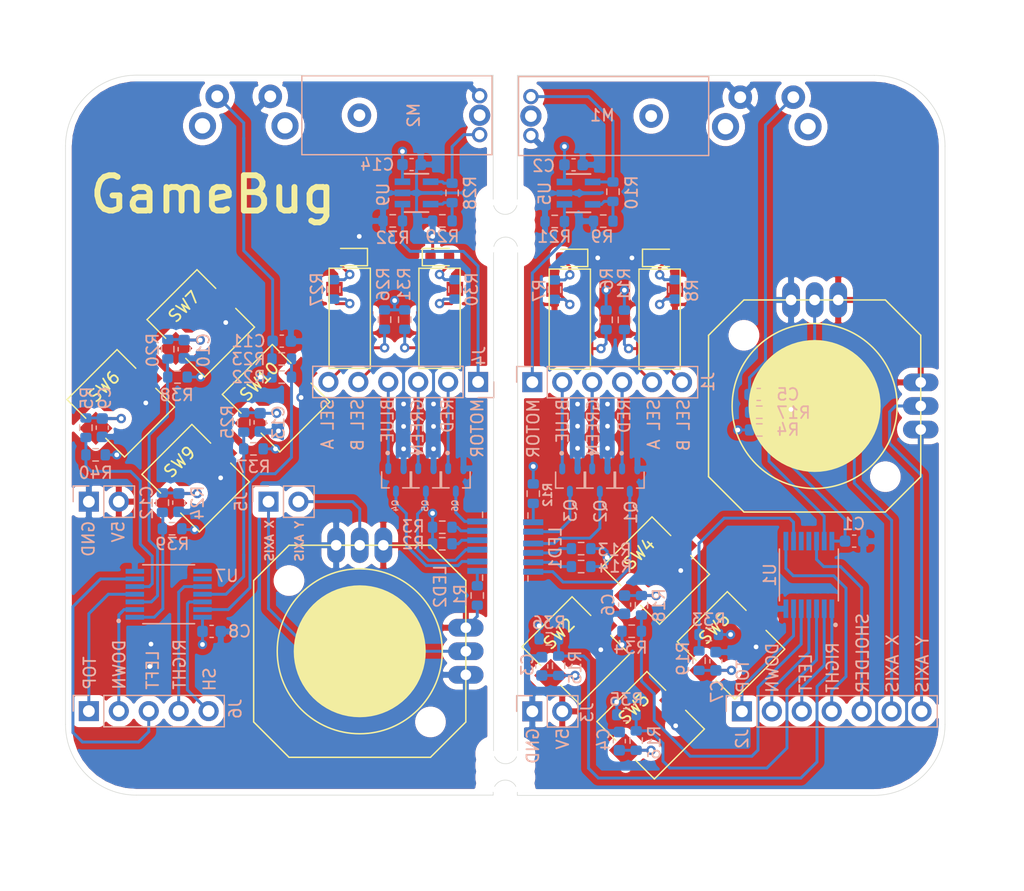
<source format=kicad_pcb>
(kicad_pcb (version 20171130) (host pcbnew "(5.1.9)-1")
  (layers (0 F.Cu signal) (1 In1.Cu signal) (2 In2.Cu signal) (31 B.Cu signal) (34 B.Paste user hide) (35 F.Paste user hide) (36 B.SilkS user hide) (37 F.SilkS user hide) (38 B.Mask user hide) (39 F.Mask user hide) (44 Edge.Cuts user))
  (net 0 "")
  (net 1 5V)
  (net 2 GND)
  (net 3 "Net-(D3-Pad2)")
  (net 4 "Net-(D4-Pad2)")
  (net 5 "Net-(M1-Pad1)")
  (net 6 SHOWDER_A)
  (net 7 "Net-(R6-Pad1)")
  (net 8 "Net-(R8-Pad1)")
  (net 9 "Net-(R10-Pad2)")
  (net 10 "Net-(R11-Pad1)")
  (net 11 RIGHT)
  (net 12 TOP)
  (net 13 LEFT)
  (net 14 DOWN)
  (net 15 B_TR)
  (net 16 G_TR)
  (net 17 R_TR)
  (net 18 RED_LED)
  (net 19 BLUE_LED)
  (net 20 GREEN_LED)
  (net 21 Y_Axis)
  (net 22 X_Axis)
  (net 23 SELECTOR_A)
  (net 24 MOTOR_PWM)
  (net 25 cSHOWDER_A)
  (net 26 dTOP)
  (net 27 dDOWN)
  (net 28 dLEFT)
  (net 29 dRIGHT)
  (net 30 "Net-(C3-Pad1)")
  (net 31 "Net-(C4-Pad1)")
  (net 32 "Net-(C5-Pad1)")
  (net 33 "Net-(C6-Pad1)")
  (net 34 "Net-(C7-Pad1)")
  (net 35 "Net-(LED1-Pad6)")
  (net 36 "Net-(LED1-Pad3)")
  (net 37 "Net-(LED1-Pad2)")
  (net 38 SELECTOR_B)
  (net 39 "Net-(R7-Pad2)")
  (net 40 "Net-(C9-Pad1)")
  (net 41 "Net-(C10-Pad1)")
  (net 42 "Net-(C11-Pad1)")
  (net 43 "Net-(C12-Pad1)")
  (net 44 "Net-(C13-Pad1)")
  (net 45 "Net-(D1-Pad2)")
  (net 46 "Net-(D2-Pad2)")
  (net 47 "Net-(LED2-Pad2)")
  (net 48 "Net-(LED2-Pad3)")
  (net 49 "Net-(LED2-Pad6)")
  (net 50 "Net-(M2-Pad1)")
  (net 51 "Net-(R26-Pad1)")
  (net 52 "Net-(R27-Pad2)")
  (net 53 "Net-(R28-Pad2)")
  (net 54 "Net-(R30-Pad1)")
  (net 55 "Net-(R31-Pad1)")
  (net 56 5V_2)
  (net 57 SELECTOR_B_2)
  (net 58 SELECTOR_A_2)
  (net 59 RED_LED_2)
  (net 60 GREEN_LED_2)
  (net 61 BLUE_LED_2)
  (net 62 MOTOR_PWM_2)
  (net 63 Y_Axis_2)
  (net 64 X_Axis_2)
  (net 65 cSHOWDER_A_2)
  (net 66 dRIGHT_2)
  (net 67 dLEFT_2)
  (net 68 dDOWN_2)
  (net 69 dTOP_2)
  (net 70 R_TR_2)
  (net 71 B_TR_2)
  (net 72 G_TR_2)
  (net 73 LEFT_2)
  (net 74 DOWN_2)
  (net 75 SHOWDER_A_2)
  (net 76 TOP_2)
  (net 77 RIGHT_2)
  (module JoyStick:bee (layer F.Cu) (at 154.41 66.77 270)
    (fp_text reference G*** hide)
    (fp_text value LOGO hide)
  )
  (module JoyStick:DOUBLE_SIDED_TAB (layer F.Cu) (at 133.01 114.22 90)
    (fp_text reference REF** hide)
    (fp_text value DOUBLE_SIDED_TAB hide)
    (pad "" np_thru_hole circle (at -2 -1.05 90) (size 0.5 0.5) (drill 0.5) (layers *.Cu *.Mask) (clearance 1.25))
    (pad "" np_thru_hole circle (at 2 -1.05 90) (size 0.5 0.5) (drill 0.5) (layers *.Cu *.Mask) (clearance 1.25))
    (pad "" np_thru_hole circle (at -1 -1.05 90) (size 0.5 0.5) (drill 0.5) (layers *.Cu *.Mask) (clearance 1.25))
    (pad "" np_thru_hole circle (at 1 -1.05 90) (size 0.5 0.5) (drill 0.5) (layers *.Cu *.Mask) (clearance 1.25))
    (pad "" np_thru_hole circle (at 0 -1.05 90) (size 0.5 0.5) (drill 0.5) (layers *.Cu *.Mask) (clearance 1.25))
    (pad "" np_thru_hole circle (at -2 1.05 90) (size 0.5 0.5) (drill 0.5) (layers *.Cu *.Mask) (clearance 1.25))
    (pad "" np_thru_hole circle (at -1 1.05 90) (size 0.5 0.5) (drill 0.5) (layers *.Cu *.Mask) (clearance 1.25))
    (pad "" np_thru_hole circle (at 0 1.05 90) (size 0.5 0.5) (drill 0.5) (layers *.Cu *.Mask) (clearance 1.25))
    (pad "" np_thru_hole circle (at 1 1.05 90) (size 0.5 0.5) (drill 0.5) (layers *.Cu *.Mask) (clearance 1.25))
    (pad "" np_thru_hole circle (at 2 1.05 90) (size 0.5 0.5) (drill 0.5) (layers *.Cu *.Mask) (clearance 1.25))
  )
  (module JoyStick:DOUBLE_SIDED_TAB (layer F.Cu) (at 133.01 67.42 90)
    (fp_text reference REF** hide)
    (fp_text value DOUBLE_SIDED_TAB hide)
    (pad "" np_thru_hole circle (at -2 -1.05 90) (size 0.5 0.5) (drill 0.5) (layers *.Cu *.Mask) (clearance 1.25))
    (pad "" np_thru_hole circle (at 2 -1.05 90) (size 0.5 0.5) (drill 0.5) (layers *.Cu *.Mask) (clearance 1.25))
    (pad "" np_thru_hole circle (at -1 -1.05 90) (size 0.5 0.5) (drill 0.5) (layers *.Cu *.Mask) (clearance 1.25))
    (pad "" np_thru_hole circle (at 1 -1.05 90) (size 0.5 0.5) (drill 0.5) (layers *.Cu *.Mask) (clearance 1.25))
    (pad "" np_thru_hole circle (at 0 -1.05 90) (size 0.5 0.5) (drill 0.5) (layers *.Cu *.Mask) (clearance 1.25))
    (pad "" np_thru_hole circle (at -2 1.05 90) (size 0.5 0.5) (drill 0.5) (layers *.Cu *.Mask) (clearance 1.25))
    (pad "" np_thru_hole circle (at -1 1.05 90) (size 0.5 0.5) (drill 0.5) (layers *.Cu *.Mask) (clearance 1.25))
    (pad "" np_thru_hole circle (at 0 1.05 90) (size 0.5 0.5) (drill 0.5) (layers *.Cu *.Mask) (clearance 1.25))
    (pad "" np_thru_hole circle (at 1 1.05 90) (size 0.5 0.5) (drill 0.5) (layers *.Cu *.Mask) (clearance 1.25))
    (pad "" np_thru_hole circle (at 2 1.05 90) (size 0.5 0.5) (drill 0.5) (layers *.Cu *.Mask) (clearance 1.25))
  )
  (module Connector_PinHeader_2.54mm:PinHeader_1x05_P2.54mm_Vertical (layer B.Cu) (at 97.68 108.6 270)
    (fp_text reference J6 (at -0.2 -12.43 270) (layer B.SilkS) (effects (justify mirror)))
    (fp_text value Conn_01x05 hide)
    (pad 5 thru_hole oval (at 0 -10.16 270) (size 1.7 1.7) (drill 1) (layers *.Cu *.Mask) (net 65 cSHOWDER_A_2))
    (pad 4 thru_hole oval (at 0 -7.62 270) (size 1.7 1.7) (drill 1) (layers *.Cu *.Mask) (net 66 dRIGHT_2))
    (pad 3 thru_hole oval (at 0 -5.08 270) (size 1.7 1.7) (drill 1) (layers *.Cu *.Mask) (net 67 dLEFT_2))
    (pad 2 thru_hole oval (at 0 -2.54 270) (size 1.7 1.7) (drill 1) (layers *.Cu *.Mask) (net 68 dDOWN_2))
    (pad 1 thru_hole rect (at 0 0 270) (size 1.7 1.7) (drill 1) (layers *.Cu *.Mask) (net 69 dTOP_2))
  )
  (module JoyStick:b3al-1000p (layer F.Cu) (at 145.77132 96.66868 45)
    (fp_text reference SW4 (at 0 -2 45) (layer F.SilkS))
    (fp_text value SW_Push)
    (pad 1 smd rect (at -3 0 45) (size 2 2) (layers F.Cu F.Paste F.Mask) (net 33 "Net-(C6-Pad1)"))
    (pad 2 smd rect (at 3 0 45) (size 2 2) (layers F.Cu F.Paste F.Mask) (net 2 GND))
  )
  (module JoyStick:JOYSTICK_ANALOG_MINITHM (layer F.Cu) (at 159.25 82.7)
    (fp_text reference U2 hide)
    (fp_text value AnalogJoyStick hide)
    (pad 2 thru_hole oval (at 0 -9 90) (size 3 1.5) (drill 0.9) (layers *.Cu *.Mask) (net 22 X_Axis))
    (pad 1 thru_hole oval (at -2 -9 90) (size 3 1.5) (drill 0.9) (layers *.Cu *.Mask) (net 2 GND))
    (pad 3 thru_hole oval (at 2 -9 90) (size 3 1.5) (drill 0.9) (layers *.Cu *.Mask) (net 1 5V))
    (pad 6 thru_hole oval (at 9 -2) (size 3 1.5) (drill 0.9) (layers *.Cu *.Mask) (net 1 5V))
    (pad 5 thru_hole oval (at 9 0) (size 3 1.5) (drill 0.9) (layers *.Cu *.Mask) (net 21 Y_Axis))
    (pad 4 thru_hole oval (at 9 2) (size 3 1.5) (drill 0.9) (layers *.Cu *.Mask) (net 2 GND))
    (pad "" np_thru_hole circle (at -6 -6) (size 1.6 1.6) (drill 1.6) (layers *.Cu *.Mask))
    (pad "" np_thru_hole circle (at 6 6) (size 1.6 1.6) (drill 1.6) (layers *.Cu *.Mask))
  )
  (module Resistor_SMD:R_0603_1608Metric (layer B.Cu) (at 98.253 86.848 180)
    (fp_text reference R40 (at 0 -1.524) (layer B.SilkS) (effects (justify mirror)))
    (fp_text value R_Small hide)
    (pad 2 smd roundrect (at 0.825 0 180) (size 0.8 0.95) (layers B.Cu B.Paste B.Mask) (net 73 LEFT_2))
    (pad 1 smd roundrect (at -0.825 0 180) (size 0.8 0.95) (layers B.Cu B.Paste B.Mask) (net 56 5V_2))
  )
  (module Resistor_SMD:R_0603_1608Metric (layer B.Cu) (at 104.741 93.12 180)
    (fp_text reference R39 (at -0.019 -1.29) (layer B.SilkS) (effects (justify mirror)))
    (fp_text value R_Small hide)
    (pad 2 smd roundrect (at 0.825 0 180) (size 0.8 0.95) (layers B.Cu B.Paste B.Mask) (net 74 DOWN_2))
    (pad 1 smd roundrect (at -0.825 0 180) (size 0.8 0.95) (layers B.Cu B.Paste B.Mask) (net 56 5V_2))
  )
  (module Resistor_SMD:R_0603_1608Metric (layer B.Cu) (at 105.199 80.244 180)
    (fp_text reference R38 (at 0.071 -1.524) (layer B.SilkS) (effects (justify mirror)))
    (fp_text value R_Small hide)
    (pad 2 smd roundrect (at 0.825 0 180) (size 0.8 0.95) (layers B.Cu B.Paste B.Mask) (net 76 TOP_2))
    (pad 1 smd roundrect (at -0.825 0 180) (size 0.8 0.95) (layers B.Cu B.Paste B.Mask) (net 56 5V_2))
  )
  (module Resistor_SMD:R_0603_1608Metric (layer B.Cu) (at 111.643 86.34 180)
    (fp_text reference R37 (at 0 -1.524) (layer B.SilkS) (effects (justify mirror)))
    (fp_text value R_Small hide)
    (pad 2 smd roundrect (at 0.825 0 180) (size 0.8 0.95) (layers B.Cu B.Paste B.Mask) (net 77 RIGHT_2))
    (pad 1 smd roundrect (at -0.825 0 180) (size 0.8 0.95) (layers B.Cu B.Paste B.Mask) (net 56 5V_2))
  )
  (module Resistor_SMD:R_0603_1608Metric (layer B.Cu) (at 136.705 102.47)
    (fp_text reference R36 (at 0 -1.378) (layer B.SilkS) (effects (justify mirror)))
    (fp_text value R_Small hide)
    (pad 2 smd roundrect (at 0.825 0) (size 0.8 0.95) (layers B.Cu B.Paste B.Mask) (net 13 LEFT))
    (pad 1 smd roundrect (at -0.825 0) (size 0.8 0.95) (layers B.Cu B.Paste B.Mask) (net 1 5V))
  )
  (module Resistor_SMD:R_0603_1608Metric (layer B.Cu) (at 143.285 108.91)
    (fp_text reference R35 (at -0.025 -1.3) (layer B.SilkS) (effects (justify mirror)))
    (fp_text value R_Small hide)
    (pad 2 smd roundrect (at 0.825 0) (size 0.8 0.95) (layers B.Cu B.Paste B.Mask) (net 14 DOWN))
    (pad 1 smd roundrect (at -0.825 0) (size 0.8 0.95) (layers B.Cu B.Paste B.Mask) (net 1 5V))
  )
  (module Resistor_SMD:R_0603_1608Metric (layer B.Cu) (at 143.73 101.82)
    (fp_text reference R34 (at -0.1 1.4) (layer B.SilkS) (effects (justify mirror)))
    (fp_text value R_Small hide)
    (pad 2 smd roundrect (at 0.825 0) (size 0.8 0.95) (layers B.Cu B.Paste B.Mask) (net 12 TOP))
    (pad 1 smd roundrect (at -0.825 0) (size 0.8 0.95) (layers B.Cu B.Paste B.Mask) (net 1 5V))
  )
  (module Resistor_SMD:R_0603_1608Metric (layer B.Cu) (at 150.265 102.1 180)
    (fp_text reference R33 (at 0 1.262) (layer B.SilkS) (effects (justify mirror)))
    (fp_text value R_Small hide)
    (pad 2 smd roundrect (at 0.825 0 180) (size 0.8 0.95) (layers B.Cu B.Paste B.Mask) (net 11 RIGHT))
    (pad 1 smd roundrect (at -0.825 0 180) (size 0.8 0.95) (layers B.Cu B.Paste B.Mask) (net 1 5V))
  )
  (module Connector_PinHeader_2.54mm:PinHeader_1x02_P2.54mm_Vertical (layer B.Cu) (at 97.68 90.82 270)
    (fp_text reference J7 hide)
    (fp_text value Conn_01x02 hide)
    (pad 2 thru_hole oval (at 0 -2.54 270) (size 1.7 1.7) (drill 1) (layers *.Cu *.Mask) (net 56 5V_2))
    (pad 1 thru_hole rect (at 0 0 270) (size 1.7 1.7) (drill 1) (layers *.Cu *.Mask) (net 2 GND))
  )
  (module Connector_PinHeader_2.54mm:PinHeader_1x02_P2.54mm_Vertical (layer B.Cu) (at 112.92 90.82 270)
    (fp_text reference J5 (at 0 2.33 90) (layer B.SilkS) (effects (justify mirror)))
    (fp_text value Conn_01x02 hide)
    (pad 2 thru_hole oval (at 0 -2.54 270) (size 1.7 1.7) (drill 1) (layers *.Cu *.Mask) (net 64 X_Axis_2))
    (pad 1 thru_hole rect (at 0 0 270) (size 1.7 1.7) (drill 1) (layers *.Cu *.Mask) (net 63 Y_Axis_2))
  )
  (module JoyStick:CL-SB-22A-01 (layer F.Cu) (at 127.43 75.26 90)
    (fp_text reference U10 hide)
    (fp_text value positionSwitch)
    (pad 3 smd rect (at 2.5 1.3 90) (size 1.2 1.4) (layers F.Cu F.Paste F.Mask) (net 54 "Net-(R30-Pad1)"))
    (pad 1 smd rect (at -2.5 1.3 90) (size 1.2 1.4) (layers F.Cu F.Paste F.Mask))
    (pad 4 smd rect (at -2.5 -1.3 90) (size 1.2 1.4) (layers F.Cu F.Paste F.Mask) (net 55 "Net-(R31-Pad1)"))
    (pad 6 smd rect (at 2.5 -1.3 90) (size 1.2 1.4) (layers F.Cu F.Paste F.Mask) (net 2 GND))
    (pad 2 smd rect (at 0 1.3 90) (size 1.2 1.4) (layers F.Cu F.Paste F.Mask) (net 56 5V_2))
    (pad 5 smd rect (at 0 -1.3 90) (size 1.2 1.4) (layers F.Cu F.Paste F.Mask) (net 57 SELECTOR_B_2))
  )
  (module JoyStick:21-0057F (layer B.Cu) (at 125.477 64.616)
    (fp_text reference U9 (at -2.823 0.134 90) (layer B.SilkS) (effects (justify mirror)))
    (fp_text value MAX)
    (pad 1 smd rect (at -1.1938 0.95) (size 1.3208 0.5588) (layers B.Cu B.Paste B.Mask) (net 62 MOTOR_PWM_2))
    (pad 2 smd rect (at -1.1938 0) (size 1.3208 0.5588) (layers B.Cu B.Paste B.Mask) (net 2 GND))
    (pad 3 smd rect (at -1.1938 -0.95) (size 1.3208 0.5588) (layers B.Cu B.Paste B.Mask) (net 56 5V_2))
    (pad 4 smd rect (at 1.1938 -0.95) (size 1.3208 0.5588) (layers B.Cu B.Paste B.Mask) (net 50 "Net-(M2-Pad1)"))
    (pad 5 smd rect (at 1.1938 0.95) (size 1.3208 0.5588) (layers B.Cu B.Paste B.Mask) (net 53 "Net-(R28-Pad2)"))
  )
  (module JoyStick:CL-SB-22A-01 (layer F.Cu) (at 119.81 75.26 90)
    (fp_text reference U8 hide)
    (fp_text value positionSwitch)
    (pad 3 smd rect (at 2.5 1.3 90) (size 1.2 1.4) (layers F.Cu F.Paste F.Mask) (net 2 GND))
    (pad 1 smd rect (at -2.5 1.3 90) (size 1.2 1.4) (layers F.Cu F.Paste F.Mask) (net 51 "Net-(R26-Pad1)"))
    (pad 4 smd rect (at -2.5 -1.3 90) (size 1.2 1.4) (layers F.Cu F.Paste F.Mask))
    (pad 6 smd rect (at 2.5 -1.3 90) (size 1.2 1.4) (layers F.Cu F.Paste F.Mask) (net 52 "Net-(R27-Pad2)"))
    (pad 2 smd rect (at 0 1.3 90) (size 1.2 1.4) (layers F.Cu F.Paste F.Mask) (net 58 SELECTOR_A_2))
    (pad 5 smd rect (at 0 -1.3 90) (size 1.2 1.4) (layers F.Cu F.Paste F.Mask) (net 56 5V_2))
  )
  (module JoyStick:SOP65P640X120-14N (layer B.Cu) (at 104.45 98.68)
    (fp_text reference U7 (at 4.93 -1.56) (layer B.SilkS) (effects (justify mirror)))
    (fp_text value U7)
    (pad 1 smd roundrect (at -2.87 1.95) (size 1.57 0.41) (layers B.Cu B.Paste B.Mask) (roundrect_rratio 0.05) (net 74 DOWN_2))
    (pad 2 smd roundrect (at -2.87 1.3) (size 1.57 0.41) (layers B.Cu B.Paste B.Mask) (roundrect_rratio 0.05) (net 68 dDOWN_2))
    (pad 3 smd roundrect (at -2.87 0.65) (size 1.57 0.41) (layers B.Cu B.Paste B.Mask) (roundrect_rratio 0.05) (net 76 TOP_2))
    (pad 4 smd roundrect (at -2.87 0) (size 1.57 0.41) (layers B.Cu B.Paste B.Mask) (roundrect_rratio 0.05) (net 69 dTOP_2))
    (pad 5 smd roundrect (at -2.87 -0.65) (size 1.57 0.41) (layers B.Cu B.Paste B.Mask) (roundrect_rratio 0.05) (net 73 LEFT_2))
    (pad 6 smd roundrect (at -2.87 -1.3) (size 1.57 0.41) (layers B.Cu B.Paste B.Mask) (roundrect_rratio 0.05) (net 67 dLEFT_2))
    (pad 7 smd roundrect (at -2.87 -1.95) (size 1.57 0.41) (layers B.Cu B.Paste B.Mask) (roundrect_rratio 0.05) (net 2 GND))
    (pad 8 smd roundrect (at 2.87 -1.95) (size 1.57 0.41) (layers B.Cu B.Paste B.Mask) (roundrect_rratio 0.05))
    (pad 9 smd roundrect (at 2.87 -1.3) (size 1.57 0.41) (layers B.Cu B.Paste B.Mask) (roundrect_rratio 0.05))
    (pad 10 smd roundrect (at 2.87 -0.65) (size 1.57 0.41) (layers B.Cu B.Paste B.Mask) (roundrect_rratio 0.05) (net 66 dRIGHT_2))
    (pad 11 smd roundrect (at 2.87 0) (size 1.57 0.41) (layers B.Cu B.Paste B.Mask) (roundrect_rratio 0.05) (net 77 RIGHT_2))
    (pad 12 smd roundrect (at 2.87 0.65) (size 1.57 0.41) (layers B.Cu B.Paste B.Mask) (roundrect_rratio 0.05) (net 65 cSHOWDER_A_2))
    (pad 13 smd roundrect (at 2.87 1.3) (size 1.57 0.41) (layers B.Cu B.Paste B.Mask) (roundrect_rratio 0.05) (net 75 SHOWDER_A_2))
    (pad 14 smd roundrect (at 2.87 1.95) (size 1.57 0.41) (layers B.Cu B.Paste B.Mask) (roundrect_rratio 0.05) (net 56 5V_2))
  )
  (module JoyStick:JOYSTICK_ANALOG_MINITHM (layer F.Cu) (at 120.66 103.52)
    (fp_text reference U6 hide)
    (fp_text value AnalogJoyStick hide)
    (pad "" np_thru_hole circle (at 6 6) (size 1.6 1.6) (drill 1.6) (layers *.Cu *.Mask))
    (pad "" np_thru_hole circle (at -6 -6) (size 1.6 1.6) (drill 1.6) (layers *.Cu *.Mask))
    (pad 4 thru_hole oval (at 9 2) (size 3 1.5) (drill 0.9) (layers *.Cu *.Mask) (net 2 GND))
    (pad 5 thru_hole oval (at 9 0) (size 3 1.5) (drill 0.9) (layers *.Cu *.Mask) (net 63 Y_Axis_2))
    (pad 6 thru_hole oval (at 9 -2) (size 3 1.5) (drill 0.9) (layers *.Cu *.Mask) (net 56 5V_2))
    (pad 3 thru_hole oval (at 2 -9 90) (size 3 1.5) (drill 0.9) (layers *.Cu *.Mask) (net 56 5V_2))
    (pad 1 thru_hole oval (at -2 -9 90) (size 3 1.5) (drill 0.9) (layers *.Cu *.Mask) (net 2 GND))
    (pad 2 thru_hole oval (at 0 -9 90) (size 3 1.5) (drill 0.9) (layers *.Cu *.Mask) (net 64 X_Axis_2))
  )
  (module JoyStick:b3al-1000p (layer F.Cu) (at 113.56 82.03868 45)
    (fp_text reference SW10 (at 0 -2 45) (layer F.SilkS))
    (fp_text value SW_Push)
    (pad 2 smd rect (at 3 0 45) (size 2 2) (layers F.Cu F.Paste F.Mask) (net 2 GND))
    (pad 1 smd rect (at -3 0 45) (size 2 2) (layers F.Cu F.Paste F.Mask) (net 44 "Net-(C13-Pad1)"))
  )
  (module JoyStick:b3al-1000p (layer F.Cu) (at 106.73868 88.82132 45)
    (fp_text reference SW9 (at 0 -1.93 45) (layer F.SilkS))
    (fp_text value SW_Push)
    (pad 2 smd rect (at 3 0 45) (size 2 2) (layers F.Cu F.Paste F.Mask) (net 2 GND))
    (pad 1 smd rect (at -3 0 45) (size 2 2) (layers F.Cu F.Paste F.Mask) (net 43 "Net-(C12-Pad1)"))
  )
  (module JoyStick:1825968-2 (layer F.Cu) (at 110.82 57.67 180)
    (fp_text reference SW8 hide)
    (fp_text value SW_Push)
    (pad 2 thru_hole circle (at 2.25 1.25 180) (size 2 2) (drill 1) (layers *.Cu *.Mask) (net 42 "Net-(C11-Pad1)"))
    (pad 1 thru_hole circle (at -2.25 1.25 180) (size 2 2) (drill 1) (layers *.Cu *.Mask) (net 2 GND))
    (pad 4 thru_hole circle (at 3.5 -1.25 180) (size 2.3 2.3) (drill 1.3) (layers *.Cu *.Mask))
    (pad 3 thru_hole circle (at -3.5 -1.25 180) (size 2.3 2.3) (drill 1.3) (layers *.Cu *.Mask))
  )
  (module JoyStick:b3al-1000p (layer F.Cu) (at 107.17132 75.68868 45)
    (fp_text reference SW7 (at 0 -2 45) (layer F.SilkS))
    (fp_text value SW_Push)
    (pad 2 smd rect (at 3 0 45) (size 2 2) (layers F.Cu F.Paste F.Mask) (net 2 GND))
    (pad 1 smd rect (at -3 0 45) (size 2 2) (layers F.Cu F.Paste F.Mask) (net 41 "Net-(C10-Pad1)"))
  )
  (module JoyStick:b3al-1000p (layer F.Cu) (at 100.38868 82.47132 45)
    (fp_text reference SW6 (at 0 -2 45) (layer F.SilkS))
    (fp_text value SW_Push)
    (pad 2 smd rect (at 3 0 45) (size 2 2) (layers F.Cu F.Paste F.Mask) (net 2 GND))
    (pad 1 smd rect (at -3 0 45) (size 2 2) (layers F.Cu F.Paste F.Mask) (net 40 "Net-(C9-Pad1)"))
  )
  (module Resistor_SMD:R_0603_1608Metric (layer B.Cu) (at 123.4582 66.99)
    (fp_text reference R32 (at 0 1.43) (layer B.SilkS) (effects (justify mirror)))
    (fp_text value R_Small hide)
    (pad 2 smd roundrect (at 0.825 0) (size 0.8 0.95) (layers B.Cu B.Paste B.Mask) (net 62 MOTOR_PWM_2))
    (pad 1 smd roundrect (at -0.825 0) (size 0.8 0.95) (layers B.Cu B.Paste B.Mask) (net 2 GND))
  )
  (module Resistor_SMD:R_0603_1608Metric (layer B.Cu) (at 124.474999 75.37 90)
    (fp_text reference R31 (at 3 -0.042999 90) (layer B.SilkS) (effects (justify mirror)))
    (fp_text value R_Small hide)
    (pad 2 smd roundrect (at 0.825 0 90) (size 0.8 0.95) (layers B.Cu B.Paste B.Mask) (net 56 5V_2))
    (pad 1 smd roundrect (at -0.825 0 90) (size 0.8 0.95) (layers B.Cu B.Paste B.Mask) (net 55 "Net-(R31-Pad1)"))
  )
  (module Resistor_SMD:R_0603_1608Metric (layer B.Cu) (at 128.73 72.804999 90)
    (fp_text reference R30 (at 0 1.43 270) (layer B.SilkS) (effects (justify mirror)))
    (fp_text value R_Small hide)
    (pad 2 smd roundrect (at 0.825 0 90) (size 0.8 0.95) (layers B.Cu B.Paste B.Mask) (net 46 "Net-(D2-Pad2)"))
    (pad 1 smd roundrect (at -0.825 0 90) (size 0.8 0.95) (layers B.Cu B.Paste B.Mask) (net 54 "Net-(R30-Pad1)"))
  )
  (module Resistor_SMD:R_0603_1608Metric (layer B.Cu) (at 127.671 66.99 180)
    (fp_text reference R29 (at 0 -1.316) (layer B.SilkS) (effects (justify mirror)))
    (fp_text value R_Small hide)
    (pad 2 smd roundrect (at 0.825 0 180) (size 0.8 0.95) (layers B.Cu B.Paste B.Mask) (net 2 GND))
    (pad 1 smd roundrect (at -0.825 0 180) (size 0.8 0.95) (layers B.Cu B.Paste B.Mask) (net 53 "Net-(R28-Pad2)"))
  )
  (module Resistor_SMD:R_0603_1608Metric (layer B.Cu) (at 128.496 64.616 270)
    (fp_text reference R28 (at 0 -1.524 90) (layer B.SilkS) (effects (justify mirror)))
    (fp_text value R_Small hide)
    (pad 2 smd roundrect (at 0.825 0 270) (size 0.8 0.95) (layers B.Cu B.Paste B.Mask) (net 53 "Net-(R28-Pad2)"))
    (pad 1 smd roundrect (at -0.825 0 270) (size 0.8 0.95) (layers B.Cu B.Paste B.Mask) (net 50 "Net-(M2-Pad1)"))
  )
  (module Resistor_SMD:R_0603_1608Metric (layer B.Cu) (at 118.454999 72.804999 270)
    (fp_text reference R27 (at 0 1.43 90) (layer B.SilkS) (effects (justify mirror)))
    (fp_text value R_Small hide)
    (pad 2 smd roundrect (at 0.825 0 270) (size 0.8 0.95) (layers B.Cu B.Paste B.Mask) (net 52 "Net-(R27-Pad2)"))
    (pad 1 smd roundrect (at -0.825 0 270) (size 0.8 0.95) (layers B.Cu B.Paste B.Mask) (net 45 "Net-(D1-Pad2)"))
  )
  (module Resistor_SMD:R_0603_1608Metric (layer B.Cu) (at 122.764999 75.37 90)
    (fp_text reference R26 (at 3 -0.110999 90) (layer B.SilkS) (effects (justify mirror)))
    (fp_text value R_Small hide)
    (pad 2 smd roundrect (at 0.825 0 90) (size 0.8 0.95) (layers B.Cu B.Paste B.Mask) (net 56 5V_2))
    (pad 1 smd roundrect (at -0.825 0 90) (size 0.8 0.95) (layers B.Cu B.Paste B.Mask) (net 51 "Net-(R26-Pad1)"))
  )
  (module Resistor_SMD:R_0603_1608Metric (layer B.Cu) (at 110.818 84.092 90)
    (fp_text reference R25 (at 0.038 -1.372 90) (layer B.SilkS) (effects (justify mirror)))
    (fp_text value R_Small hide)
    (pad 2 smd roundrect (at 0.825 0 90) (size 0.8 0.95) (layers B.Cu B.Paste B.Mask) (net 44 "Net-(C13-Pad1)"))
    (pad 1 smd roundrect (at -0.825 0 90) (size 0.8 0.95) (layers B.Cu B.Paste B.Mask) (net 77 RIGHT_2))
  )
  (module Resistor_SMD:R_0603_1608Metric (layer B.Cu) (at 103.916 90.905001 90)
    (fp_text reference R24 (at -0.006999 2.99 90) (layer B.SilkS) (effects (justify mirror)))
    (fp_text value R_Small hide)
    (pad 2 smd roundrect (at 0.825 0 90) (size 0.8 0.95) (layers B.Cu B.Paste B.Mask) (net 43 "Net-(C12-Pad1)"))
    (pad 1 smd roundrect (at -0.825 0 90) (size 0.8 0.95) (layers B.Cu B.Paste B.Mask) (net 74 DOWN_2))
  )
  (module Resistor_SMD:R_0603_1608Metric (layer B.Cu) (at 114.045 78.7055 180)
    (fp_text reference R23 (at 2.821 -0.0145) (layer B.SilkS) (effects (justify mirror)))
    (fp_text value R_Small hide)
    (pad 2 smd roundrect (at 0.825 0 180) (size 0.8 0.95) (layers B.Cu B.Paste B.Mask) (net 42 "Net-(C11-Pad1)"))
    (pad 1 smd roundrect (at -0.825 0 180) (size 0.8 0.95) (layers B.Cu B.Paste B.Mask) (net 75 SHOWDER_A_2))
  )
  (module Resistor_SMD:R_0603_1608Metric (layer B.Cu) (at 114.045 80.244 180)
    (fp_text reference R22 (at 2.821 0) (layer B.SilkS) (effects (justify mirror)))
    (fp_text value R_Small hide)
    (pad 2 smd roundrect (at 0.825 0 180) (size 0.8 0.95) (layers B.Cu B.Paste B.Mask) (net 56 5V_2))
    (pad 1 smd roundrect (at -0.825 0 180) (size 0.8 0.95) (layers B.Cu B.Paste B.Mask) (net 75 SHOWDER_A_2))
  )
  (module Resistor_SMD:R_0603_1608Metric (layer B.Cu) (at 104.374 77.878999 90)
    (fp_text reference R20 (at -0.079001 -1.278 90) (layer B.SilkS) (effects (justify mirror)))
    (fp_text value R_Small hide)
    (pad 2 smd roundrect (at 0.825 0 90) (size 0.8 0.95) (layers B.Cu B.Paste B.Mask) (net 41 "Net-(C10-Pad1)"))
    (pad 1 smd roundrect (at -0.825 0 90) (size 0.8 0.95) (layers B.Cu B.Paste B.Mask) (net 76 TOP_2))
  )
  (module Resistor_SMD:R_0603_1608Metric (layer B.Cu) (at 97.428 84.544 90)
    (fp_text reference R5 (at 2.522 0.08 90) (layer B.SilkS) (effects (justify mirror)))
    (fp_text value R_Small hide)
    (pad 2 smd roundrect (at 0.825 0 90) (size 0.8 0.95) (layers B.Cu B.Paste B.Mask) (net 40 "Net-(C9-Pad1)"))
    (pad 1 smd roundrect (at -0.825 0 90) (size 0.8 0.95) (layers B.Cu B.Paste B.Mask) (net 73 LEFT_2))
  )
  (module Resistor_SMD:R_0603_1608Metric (layer B.Cu) (at 127.662 92.99 180)
    (fp_text reference R3 (at 2.468 0.0675) (layer B.SilkS) (effects (justify mirror)))
    (fp_text value R_Small hide)
    (pad 2 smd roundrect (at 0.825 0 180) (size 0.8 0.95) (layers B.Cu B.Paste B.Mask) (net 56 5V_2))
    (pad 1 smd roundrect (at -0.825 0 180) (size 0.8 0.95) (layers B.Cu B.Paste B.Mask) (net 47 "Net-(LED2-Pad2)"))
  )
  (module Resistor_SMD:R_0603_1608Metric (layer B.Cu) (at 127.662 94.4 180)
    (fp_text reference R2 (at 2.468 0.0675) (layer B.SilkS) (effects (justify mirror)))
    (fp_text value R_Small hide)
    (pad 2 smd roundrect (at 0.825 0 180) (size 0.8 0.95) (layers B.Cu B.Paste B.Mask) (net 56 5V_2))
    (pad 1 smd roundrect (at -0.825 0 180) (size 0.8 0.95) (layers B.Cu B.Paste B.Mask) (net 48 "Net-(LED2-Pad3)"))
  )
  (module Resistor_SMD:R_0603_1608Metric (layer B.Cu) (at 130.63 98.786 270)
    (fp_text reference R1 (at 0 1.43 90) (layer B.SilkS) (effects (justify mirror)))
    (fp_text value R_Small hide)
    (pad 2 smd roundrect (at 0.825 0 270) (size 0.8 0.95) (layers B.Cu B.Paste B.Mask) (net 56 5V_2))
    (pad 1 smd roundrect (at -0.825 0 270) (size 0.8 0.95) (layers B.Cu B.Paste B.Mask) (net 49 "Net-(LED2-Pad6)"))
  )
  (module JoyStick:SOT65P210X110-3N (layer B.Cu) (at 128.81 88.97 270)
    (fp_text reference Q6 (at 2.196 0.0675 90) (layer B.SilkS) (effects (font (size 0.5 0.5) (thickness 0.1)) (justify mirror)))
    (fp_text value NPN)
    (pad 3 smd oval (at 0.97 0 270) (size 0.99 0.5) (layers B.Cu B.Paste B.Mask) (net 70 R_TR_2))
    (pad 2 smd oval (at -0.97 -0.65 270) (size 0.99 0.5) (layers B.Cu B.Paste B.Mask) (net 2 GND))
    (pad 1 smd oval (at -0.97 0.65 270) (size 0.99 0.5) (layers B.Cu B.Paste B.Mask) (net 59 RED_LED_2))
  )
  (module JoyStick:SOT65P210X110-3N (layer B.Cu) (at 126.27 88.97 270)
    (fp_text reference Q5 (at 2.196 0.0675 90) (layer B.SilkS) (effects (font (size 0.5 0.5) (thickness 0.1)) (justify mirror)))
    (fp_text value NPN)
    (pad 3 smd oval (at 0.97 0 270) (size 0.99 0.5) (layers B.Cu B.Paste B.Mask) (net 72 G_TR_2))
    (pad 2 smd oval (at -0.97 -0.65 270) (size 0.99 0.5) (layers B.Cu B.Paste B.Mask) (net 2 GND))
    (pad 1 smd oval (at -0.97 0.65 270) (size 0.99 0.5) (layers B.Cu B.Paste B.Mask) (net 60 GREEN_LED_2))
  )
  (module JoyStick:SOT65P210X110-3N (layer B.Cu) (at 123.73 88.97 270)
    (fp_text reference Q4 (at 2.196 0.0675 90) (layer B.SilkS) (effects (font (size 0.5 0.5) (thickness 0.1)) (justify mirror)))
    (fp_text value NPN)
    (pad 3 smd oval (at 0.97 0 270) (size 0.99 0.5) (layers B.Cu B.Paste B.Mask) (net 71 B_TR_2))
    (pad 2 smd oval (at -0.97 -0.65 270) (size 0.99 0.5) (layers B.Cu B.Paste B.Mask) (net 2 GND))
    (pad 1 smd oval (at -0.97 0.65 270) (size 0.99 0.5) (layers B.Cu B.Paste B.Mask) (net 61 BLUE_LED_2))
  )
  (module JoyStick:306-114_motor (layer B.Cu) (at 125.73 58.02 90)
    (fp_text reference M2 (at 0 -0.5 -90) (layer B.SilkS) (effects (justify mirror)))
    (fp_text value Motor_DC hide)
    (pad 2 thru_hole circle (at 1.65 5.1 90) (size 1.3 1.3) (drill 0.8) (layers *.Cu *.Mask) (net 2 GND))
    (pad 1 thru_hole circle (at -1.65 5.1 90) (size 1.3 1.3) (drill 0.8) (layers *.Cu *.Mask) (net 50 "Net-(M2-Pad1)"))
    (pad NC thru_hole circle (at 0 -5.1 90) (size 2 2) (drill 1) (layers *.Cu *.Mask))
    (pad NC thru_hole circle (at 0 5.1 90) (size 1.8 1.8) (drill 1) (layers *.Cu *.Mask))
  )
  (module JoyStick:AELPS1.32 (layer B.Cu) (at 130.63 94.5 90)
    (fp_text reference LED2 (at -3.524 -3.15 270) (layer B.SilkS) (effects (justify mirror)))
    (fp_text value RGB)
    (pad 1 smd rect (at 2 0 90) (size 0.5 1.7) (layers B.Cu B.Paste B.Mask) (net 70 R_TR_2))
    (pad 2 smd rect (at 1.2 0 90) (size 0.5 1.7) (layers B.Cu B.Paste B.Mask) (net 47 "Net-(LED2-Pad2)"))
    (pad 3 smd rect (at 0.4 0 90) (size 0.5 1.7) (layers B.Cu B.Paste B.Mask) (net 48 "Net-(LED2-Pad3)"))
    (pad 6 smd rect (at -2.2 0 90) (size 0.5 1.7) (layers B.Cu B.Paste B.Mask) (net 49 "Net-(LED2-Pad6)"))
    (pad 5 smd rect (at -1.4 0 90) (size 0.5 1.7) (layers B.Cu B.Paste B.Mask) (net 71 B_TR_2))
    (pad 4 smd rect (at -0.4 0 90) (size 0.5 1.7) (layers B.Cu B.Paste B.Mask) (net 72 G_TR_2))
  )
  (module Connector_PinHeader_2.54mm:PinHeader_1x06_P2.54mm_Vertical (layer B.Cu) (at 130.7 80.66 90)
    (fp_text reference J4 (at 2.194 0.082 270) (layer B.SilkS) (effects (justify mirror)))
    (fp_text value Conn_01x06 hide)
    (pad 6 thru_hole oval (at 0 -12.7 90) (size 1.7 1.7) (drill 1) (layers *.Cu *.Mask) (net 58 SELECTOR_A_2))
    (pad 5 thru_hole oval (at 0 -10.16 90) (size 1.7 1.7) (drill 1) (layers *.Cu *.Mask) (net 57 SELECTOR_B_2))
    (pad 4 thru_hole oval (at 0 -7.62 90) (size 1.7 1.7) (drill 1) (layers *.Cu *.Mask) (net 61 BLUE_LED_2))
    (pad 3 thru_hole oval (at 0 -5.08 90) (size 1.7 1.7) (drill 1) (layers *.Cu *.Mask) (net 60 GREEN_LED_2))
    (pad 2 thru_hole oval (at 0 -2.54 90) (size 1.7 1.7) (drill 1) (layers *.Cu *.Mask) (net 59 RED_LED_2))
    (pad 1 thru_hole rect (at 0 0 90) (size 1.7 1.7) (drill 1) (layers *.Cu *.Mask) (net 62 MOTOR_PWM_2))
  )
  (module LED_SMD:LED_0603_1608Metric (layer F.Cu) (at 127.45 70.06)
    (fp_text reference D2 hide)
    (fp_text value LED)
    (pad 2 smd roundrect (at 0.7875 0) (size 0.875 0.95) (layers F.Cu F.Paste F.Mask) (net 46 "Net-(D2-Pad2)"))
    (pad 1 smd roundrect (at -0.7875 0) (size 0.875 0.95) (layers F.Cu F.Paste F.Mask) (net 2 GND))
  )
  (module LED_SMD:LED_0603_1608Metric (layer F.Cu) (at 119.83 70.06 180)
    (fp_text reference D1 hide)
    (fp_text value LED)
    (pad 2 smd roundrect (at 0.7875 0 180) (size 0.875 0.95) (layers F.Cu F.Paste F.Mask) (net 45 "Net-(D1-Pad2)"))
    (pad 1 smd roundrect (at -0.7875 0 180) (size 0.875 0.95) (layers F.Cu F.Paste F.Mask) (net 2 GND))
  )
  (module Capacitor_SMD:C_0603_1608Metric (layer B.Cu) (at 125.0582 62.21)
    (fp_text reference C14 (at -2.9122 0) (layer B.SilkS) (effects (justify mirror)))
    (fp_text value 100nF hide)
    (pad 2 smd roundrect (at 0.775 0) (size 0.9 0.95) (layers B.Cu B.Paste B.Mask) (net 2 GND))
    (pad 1 smd roundrect (at -0.775 0) (size 0.9 0.95) (layers B.Cu B.Paste B.Mask) (net 56 5V_2))
  )
  (module Capacitor_SMD:C_0603_1608Metric (layer B.Cu) (at 112.209001 84.092 270)
    (fp_text reference C13 (at 0 -1.554999 90) (layer B.SilkS) (effects (justify mirror)))
    (fp_text value 100nF hide)
    (pad 2 smd roundrect (at 0.775 0 270) (size 0.9 0.95) (layers B.Cu B.Paste B.Mask) (net 2 GND))
    (pad 1 smd roundrect (at -0.775 0 270) (size 0.9 0.95) (layers B.Cu B.Paste B.Mask) (net 44 "Net-(C13-Pad1)"))
  )
  (module Capacitor_SMD:C_0603_1608Metric (layer B.Cu) (at 105.307001 90.905001 270)
    (fp_text reference C12 (at 0 2.719001 90) (layer B.SilkS) (effects (justify mirror)))
    (fp_text value 100nF hide)
    (pad 2 smd roundrect (at 0.775 0 270) (size 0.9 0.95) (layers B.Cu B.Paste B.Mask) (net 2 GND))
    (pad 1 smd roundrect (at -0.775 0 270) (size 0.9 0.95) (layers B.Cu B.Paste B.Mask) (net 43 "Net-(C12-Pad1)"))
  )
  (module Capacitor_SMD:C_0603_1608Metric (layer B.Cu) (at 114.045 77.198)
    (fp_text reference C11 (at -2.821 -0.002) (layer B.SilkS) (effects (justify mirror)))
    (fp_text value 100nF hide)
    (pad 2 smd roundrect (at 0.775 0) (size 0.9 0.95) (layers B.Cu B.Paste B.Mask) (net 2 GND))
    (pad 1 smd roundrect (at -0.775 0) (size 0.9 0.95) (layers B.Cu B.Paste B.Mask) (net 42 "Net-(C11-Pad1)"))
  )
  (module Capacitor_SMD:C_0603_1608Metric (layer B.Cu) (at 105.765001 77.878999 270)
    (fp_text reference C10 (at 0.079001 -1.648999 90) (layer B.SilkS) (effects (justify mirror)))
    (fp_text value 100nF hide)
    (pad 2 smd roundrect (at 0.775 0 270) (size 0.9 0.95) (layers B.Cu B.Paste B.Mask) (net 2 GND))
    (pad 1 smd roundrect (at -0.775 0 270) (size 0.9 0.95) (layers B.Cu B.Paste B.Mask) (net 41 "Net-(C10-Pad1)"))
  )
  (module Capacitor_SMD:C_0603_1608Metric (layer B.Cu) (at 98.819001 84.544 270)
    (fp_text reference C9 (at -2.522 -0.212999 90) (layer B.SilkS) (effects (justify mirror)))
    (fp_text value 100nF hide)
    (pad 2 smd roundrect (at 0.775 0 270) (size 0.9 0.95) (layers B.Cu B.Paste B.Mask) (net 2 GND))
    (pad 1 smd roundrect (at -0.775 0 270) (size 0.9 0.95) (layers B.Cu B.Paste B.Mask) (net 40 "Net-(C9-Pad1)"))
  )
  (module Capacitor_SMD:C_0603_1608Metric (layer B.Cu) (at 108.095 101.834)
    (fp_text reference C8 (at 2.367 0) (layer B.SilkS) (effects (justify mirror)))
    (fp_text value 100nF hide)
    (pad 2 smd roundrect (at 0.775 0) (size 0.9 0.95) (layers B.Cu B.Paste B.Mask) (net 2 GND))
    (pad 1 smd roundrect (at -0.775 0) (size 0.9 0.95) (layers B.Cu B.Paste B.Mask) (net 56 5V_2))
  )
  (module LED_SMD:LED_0603_1608Metric (layer F.Cu) (at 146.13 70.13)
    (fp_text reference D4 hide)
    (fp_text value LED)
    (pad 2 smd roundrect (at 0.7875 0) (size 0.875 0.95) (layers F.Cu F.Paste F.Mask) (net 4 "Net-(D4-Pad2)"))
    (pad 1 smd roundrect (at -0.7875 0) (size 0.875 0.95) (layers F.Cu F.Paste F.Mask) (net 2 GND))
  )
  (module JoyStick:CL-SB-22A-01 (layer F.Cu) (at 138.48 75.33 90)
    (fp_text reference U3 hide)
    (fp_text value positionSwitch)
    (pad 5 smd rect (at 0 -1.3 90) (size 1.2 1.4) (layers F.Cu F.Paste F.Mask) (net 1 5V))
    (pad 2 smd rect (at 0 1.3 90) (size 1.2 1.4) (layers F.Cu F.Paste F.Mask) (net 23 SELECTOR_A))
    (pad 6 smd rect (at 2.5 -1.3 90) (size 1.2 1.4) (layers F.Cu F.Paste F.Mask) (net 39 "Net-(R7-Pad2)"))
    (pad 4 smd rect (at -2.5 -1.3 90) (size 1.2 1.4) (layers F.Cu F.Paste F.Mask))
    (pad 1 smd rect (at -2.5 1.3 90) (size 1.2 1.4) (layers F.Cu F.Paste F.Mask) (net 7 "Net-(R6-Pad1)"))
    (pad 3 smd rect (at 2.5 1.3 90) (size 1.2 1.4) (layers F.Cu F.Paste F.Mask) (net 2 GND))
  )
  (module Resistor_SMD:R_0603_1608Metric (layer B.Cu) (at 137.2 67.04)
    (fp_text reference R21 (at -0.04 1.286 180) (layer B.SilkS) (effects (justify mirror)))
    (fp_text value R_Small hide)
    (pad 2 smd roundrect (at 0.825 0) (size 0.8 0.95) (layers B.Cu B.Paste B.Mask) (net 24 MOTOR_PWM))
    (pad 1 smd roundrect (at -0.825 0) (size 0.8 0.95) (layers B.Cu B.Paste B.Mask) (net 2 GND))
  )
  (module JoyStick:SOT65P210X110-3N (layer B.Cu) (at 138.49 88.99 270)
    (fp_text reference Q3 (at 2.58 -0.05 90) (layer B.SilkS) (effects (justify mirror)))
    (fp_text value NPN)
    (pad 1 smd oval (at -0.97 0.65 270) (size 0.99 0.5) (layers B.Cu B.Paste B.Mask) (net 19 BLUE_LED))
    (pad 2 smd oval (at -0.97 -0.65 270) (size 0.99 0.5) (layers B.Cu B.Paste B.Mask) (net 2 GND))
    (pad 3 smd oval (at 0.97 0 270) (size 0.99 0.5) (layers B.Cu B.Paste B.Mask) (net 15 B_TR))
  )
  (module JoyStick:SOT65P210X110-3N (layer B.Cu) (at 141.03 88.99 270)
    (fp_text reference Q2 (at 2.64 -0.05 90) (layer B.SilkS) (effects (justify mirror)))
    (fp_text value NPN)
    (pad 1 smd oval (at -0.97 0.65 270) (size 0.99 0.5) (layers B.Cu B.Paste B.Mask) (net 20 GREEN_LED))
    (pad 2 smd oval (at -0.97 -0.65 270) (size 0.99 0.5) (layers B.Cu B.Paste B.Mask) (net 2 GND))
    (pad 3 smd oval (at 0.97 0 270) (size 0.99 0.5) (layers B.Cu B.Paste B.Mask) (net 16 G_TR))
  )
  (module JoyStick:SOT65P210X110-3N (layer B.Cu) (at 143.57 88.99 270)
    (fp_text reference Q1 (at 2.74 -0.1 90) (layer B.SilkS) (effects (justify mirror)))
    (fp_text value NPN)
    (pad 1 smd oval (at -0.97 0.65 270) (size 0.99 0.5) (layers B.Cu B.Paste B.Mask) (net 18 RED_LED))
    (pad 2 smd oval (at -0.97 -0.65 270) (size 0.99 0.5) (layers B.Cu B.Paste B.Mask) (net 2 GND))
    (pad 3 smd oval (at 0.97 0 270) (size 0.99 0.5) (layers B.Cu B.Paste B.Mask) (net 17 R_TR))
  )
  (module Connector_PinHeader_2.54mm:PinHeader_1x07_P2.54mm_Vertical (layer B.Cu) (at 153.08 108.62 270)
    (fp_text reference J2 (at 2.32 -0.02 90) (layer B.SilkS) (effects (justify mirror)))
    (fp_text value Conn_01x07 hide)
    (pad 1 thru_hole rect (at 0 0 270) (size 1.7 1.7) (drill 1) (layers *.Cu *.Mask) (net 26 dTOP))
    (pad 2 thru_hole oval (at 0 -2.54 270) (size 1.7 1.7) (drill 1) (layers *.Cu *.Mask) (net 27 dDOWN))
    (pad 3 thru_hole oval (at 0 -5.08 270) (size 1.7 1.7) (drill 1) (layers *.Cu *.Mask) (net 28 dLEFT))
    (pad 4 thru_hole oval (at 0 -7.62 270) (size 1.7 1.7) (drill 1) (layers *.Cu *.Mask) (net 29 dRIGHT))
    (pad 5 thru_hole oval (at 0 -10.16 270) (size 1.7 1.7) (drill 1) (layers *.Cu *.Mask) (net 25 cSHOWDER_A))
    (pad 6 thru_hole oval (at 0 -12.7 270) (size 1.7 1.7) (drill 1) (layers *.Cu *.Mask) (net 22 X_Axis))
    (pad 7 thru_hole oval (at 0 -15.24 270) (size 1.7 1.7) (drill 1) (layers *.Cu *.Mask) (net 21 Y_Axis))
  )
  (module Resistor_SMD:R_0603_1608Metric (layer B.Cu) (at 144.11 111.09764 270)
    (fp_text reference R16 (at 0.17236 -1.54 90) (layer B.SilkS) (effects (justify mirror)))
    (fp_text value R_Small hide)
    (pad 1 smd roundrect (at -0.825 0 270) (size 0.8 0.95) (layers B.Cu B.Paste B.Mask) (net 14 DOWN))
    (pad 2 smd roundrect (at 0.825 0 270) (size 0.8 0.95) (layers B.Cu B.Paste B.Mask) (net 31 "Net-(C4-Pad1)"))
  )
  (module Capacitor_SMD:C_0603_1608Metric (layer B.Cu) (at 142.68 111.14764 90)
    (fp_text reference C4 (at 0.14764 -1.34 90) (layer B.SilkS) (effects (justify mirror)))
    (fp_text value 100nF hide)
    (pad 2 smd roundrect (at 0.775 0 90) (size 0.9 0.95) (layers B.Cu B.Paste B.Mask) (net 2 GND))
    (pad 1 smd roundrect (at -0.775 0 90) (size 0.9 0.95) (layers B.Cu B.Paste B.Mask) (net 31 "Net-(C4-Pad1)"))
  )
  (module Connector_PinHeader_2.54mm:PinHeader_1x02_P2.54mm_Vertical (layer B.Cu) (at 135.3 108.62 270)
    (fp_text reference J3 (at 0.092 -4.654 90) (layer B.SilkS) (effects (justify mirror)))
    (fp_text value Conn_01x02 hide)
    (pad 2 thru_hole oval (at 0 -2.54 270) (size 1.7 1.7) (drill 1) (layers *.Cu *.Mask) (net 1 5V))
    (pad 1 thru_hole rect (at 0 0 270) (size 1.7 1.7) (drill 1) (layers *.Cu *.Mask) (net 2 GND))
  )
  (module Capacitor_SMD:C_0603_1608Metric (layer B.Cu) (at 154.505 81.72)
    (fp_text reference C5 (at 2.480809 0) (layer B.SilkS) (effects (justify mirror)))
    (fp_text value 100nF hide)
    (pad 2 smd roundrect (at 0.775 0) (size 0.9 0.95) (layers B.Cu B.Paste B.Mask) (net 2 GND))
    (pad 1 smd roundrect (at -0.775 0) (size 0.9 0.95) (layers B.Cu B.Paste B.Mask) (net 32 "Net-(C5-Pad1)"))
  )
  (module Resistor_SMD:R_0603_1608Metric (layer B.Cu) (at 154.555 83.2275 180)
    (fp_text reference R17 (at -2.907 -0.0425 180) (layer B.SilkS) (effects (justify mirror)))
    (fp_text value R_Small hide)
    (pad 2 smd roundrect (at 0.825 0 180) (size 0.8 0.95) (layers B.Cu B.Paste B.Mask) (net 32 "Net-(C5-Pad1)"))
    (pad 1 smd roundrect (at -0.825 0 180) (size 0.8 0.95) (layers B.Cu B.Paste B.Mask) (net 6 SHOWDER_A))
  )
  (module JoyStick:21-0057F (layer B.Cu) (at 139.221 64.636)
    (fp_text reference U5 (at -2.871 0.034 90) (layer B.SilkS) (effects (justify mirror)))
    (fp_text value MAX)
    (pad 1 smd rect (at -1.1938 0.95) (size 1.3208 0.5588) (layers B.Cu B.Paste B.Mask) (net 24 MOTOR_PWM))
    (pad 2 smd rect (at -1.1938 0) (size 1.3208 0.5588) (layers B.Cu B.Paste B.Mask) (net 2 GND))
    (pad 3 smd rect (at -1.1938 -0.95) (size 1.3208 0.5588) (layers B.Cu B.Paste B.Mask) (net 1 5V))
    (pad 4 smd rect (at 1.1938 -0.95) (size 1.3208 0.5588) (layers B.Cu B.Paste B.Mask) (net 5 "Net-(M1-Pad1)"))
    (pad 5 smd rect (at 1.1938 0.95) (size 1.3208 0.5588) (layers B.Cu B.Paste B.Mask) (net 9 "Net-(R10-Pad2)"))
  )
  (module Connector_PinHeader_2.54mm:PinHeader_1x06_P2.54mm_Vertical (layer B.Cu) (at 135.3 80.68 270)
    (fp_text reference J1 (at -0.03 -14.91 90) (layer B.SilkS) (effects (justify mirror)))
    (fp_text value Conn_01x06 hide)
    (pad 6 thru_hole oval (at 0 -12.7 270) (size 1.7 1.7) (drill 1) (layers *.Cu *.Mask) (net 38 SELECTOR_B))
    (pad 5 thru_hole oval (at 0 -10.16 270) (size 1.7 1.7) (drill 1) (layers *.Cu *.Mask) (net 23 SELECTOR_A))
    (pad 4 thru_hole oval (at 0 -7.62 270) (size 1.7 1.7) (drill 1) (layers *.Cu *.Mask) (net 18 RED_LED))
    (pad 3 thru_hole oval (at 0 -5.08 270) (size 1.7 1.7) (drill 1) (layers *.Cu *.Mask) (net 20 GREEN_LED))
    (pad 2 thru_hole oval (at 0 -2.54 270) (size 1.7 1.7) (drill 1) (layers *.Cu *.Mask) (net 19 BLUE_LED))
    (pad 1 thru_hole rect (at 0 0 270) (size 1.7 1.7) (drill 1) (layers *.Cu *.Mask) (net 24 MOTOR_PWM))
  )
  (module JoyStick:1825968-2 (layer F.Cu) (at 155.19 57.74 180)
    (fp_text reference SW1 hide)
    (fp_text value SW_Push)
    (pad 2 thru_hole circle (at 2.25 1.25 180) (size 2 2) (drill 1) (layers *.Cu *.Mask) (net 2 GND))
    (pad 1 thru_hole circle (at -2.25 1.25 180) (size 2 2) (drill 1) (layers *.Cu *.Mask) (net 32 "Net-(C5-Pad1)"))
    (pad 4 thru_hole circle (at 3.5 -1.25 180) (size 2.3 2.3) (drill 1.3) (layers *.Cu *.Mask))
    (pad 3 thru_hole circle (at -3.5 -1.25 180) (size 2.3 2.3) (drill 1.3) (layers *.Cu *.Mask))
  )
  (module JoyStick:AELPS1.32 (layer B.Cu) (at 135.38 94.77 270)
    (fp_text reference LED1 (at 0.01 -1.88 90) (layer B.SilkS) (effects (justify mirror)))
    (fp_text value RGB)
    (pad 1 smd rect (at 2 0 270) (size 0.5 1.7) (layers B.Cu B.Paste B.Mask) (net 17 R_TR))
    (pad 2 smd rect (at 1.2 0 270) (size 0.5 1.7) (layers B.Cu B.Paste B.Mask) (net 37 "Net-(LED1-Pad2)"))
    (pad 3 smd rect (at 0.4 0 270) (size 0.5 1.7) (layers B.Cu B.Paste B.Mask) (net 36 "Net-(LED1-Pad3)"))
    (pad 6 smd rect (at -2.2 0 270) (size 0.5 1.7) (layers B.Cu B.Paste B.Mask) (net 35 "Net-(LED1-Pad6)"))
    (pad 5 smd rect (at -1.4 0 270) (size 0.5 1.7) (layers B.Cu B.Paste B.Mask) (net 15 B_TR))
    (pad 4 smd rect (at -0.4 0 270) (size 0.5 1.7) (layers B.Cu B.Paste B.Mask) (net 16 G_TR))
  )
  (module Resistor_SMD:R_0603_1608Metric (layer B.Cu) (at 149.44 104.315 270)
    (fp_text reference R19 (at -0.175 1.358 270) (layer B.SilkS) (effects (justify mirror)))
    (fp_text value R_Small hide)
    (pad 2 smd roundrect (at 0.825 0 270) (size 0.8 0.95) (layers B.Cu B.Paste B.Mask) (net 34 "Net-(C7-Pad1)"))
    (pad 1 smd roundrect (at -0.825 0 270) (size 0.8 0.95) (layers B.Cu B.Paste B.Mask) (net 11 RIGHT))
  )
  (module Resistor_SMD:R_0603_1608Metric (layer B.Cu) (at 144.56 99.615 90)
    (fp_text reference R18 (at -0.005 1.49 90) (layer B.SilkS) (effects (justify mirror)))
    (fp_text value R_Small hide)
    (pad 2 smd roundrect (at 0.825 0 90) (size 0.8 0.95) (layers B.Cu B.Paste B.Mask) (net 33 "Net-(C6-Pad1)"))
    (pad 1 smd roundrect (at -0.825 0 90) (size 0.8 0.95) (layers B.Cu B.Paste B.Mask) (net 12 TOP))
  )
  (module Resistor_SMD:R_0603_1608Metric (layer B.Cu) (at 137.53 104.74764 270)
    (fp_text reference R15 (at 0.15436 -1.408 270) (layer B.SilkS) (effects (justify mirror)))
    (fp_text value R_Small hide)
    (pad 1 smd roundrect (at -0.825 0 270) (size 0.8 0.95) (layers B.Cu B.Paste B.Mask) (net 13 LEFT))
    (pad 2 smd roundrect (at 0.825 0 270) (size 0.8 0.95) (layers B.Cu B.Paste B.Mask) (net 30 "Net-(C3-Pad1)"))
  )
  (module Capacitor_SMD:C_0603_1608Metric (layer B.Cu) (at 150.87 104.365 90)
    (fp_text reference C7 (at -2.569 0.10429 270) (layer B.SilkS) (effects (justify mirror)))
    (fp_text value 100nF hide)
    (pad 2 smd roundrect (at 0.775 0 90) (size 0.9 0.95) (layers B.Cu B.Paste B.Mask) (net 2 GND))
    (pad 1 smd roundrect (at -0.775 0 90) (size 0.9 0.95) (layers B.Cu B.Paste B.Mask) (net 34 "Net-(C7-Pad1)"))
  )
  (module Capacitor_SMD:C_0603_1608Metric (layer B.Cu) (at 143.13 99.565 270)
    (fp_text reference C6 (at 0.003 1.398 90) (layer B.SilkS) (effects (justify mirror)))
    (fp_text value 100nF hide)
    (pad 2 smd roundrect (at 0.775 0 270) (size 0.9 0.95) (layers B.Cu B.Paste B.Mask) (net 2 GND))
    (pad 1 smd roundrect (at -0.775 0 270) (size 0.9 0.95) (layers B.Cu B.Paste B.Mask) (net 33 "Net-(C6-Pad1)"))
  )
  (module Capacitor_SMD:C_0603_1608Metric (layer B.Cu) (at 136.1 104.79764 90)
    (fp_text reference C3 (at 0.14964 -1.226 270) (layer B.SilkS) (effects (justify mirror)))
    (fp_text value 100nF hide)
    (pad 2 smd roundrect (at 0.775 0 90) (size 0.9 0.95) (layers B.Cu B.Paste B.Mask) (net 2 GND))
    (pad 1 smd roundrect (at -0.775 0 90) (size 0.9 0.95) (layers B.Cu B.Paste B.Mask) (net 30 "Net-(C3-Pad1)"))
  )
  (module Resistor_SMD:R_0603_1608Metric (layer B.Cu) (at 139.44 96.33)
    (fp_text reference R14 (at 2.88 -0.01) (layer B.SilkS) (effects (justify mirror)))
    (fp_text value R_Small hide)
    (pad 2 smd roundrect (at 0.825 0) (size 0.8 0.95) (layers B.Cu B.Paste B.Mask) (net 1 5V))
    (pad 1 smd roundrect (at -0.825 0) (size 0.8 0.95) (layers B.Cu B.Paste B.Mask) (net 37 "Net-(LED1-Pad2)"))
  )
  (module Resistor_SMD:R_0603_1608Metric (layer B.Cu) (at 139.44 94.806)
    (fp_text reference R13 (at 2.83 0.104) (layer B.SilkS) (effects (justify mirror)))
    (fp_text value R_Small hide)
    (pad 2 smd roundrect (at 0.825 0) (size 0.8 0.95) (layers B.Cu B.Paste B.Mask) (net 1 5V))
    (pad 1 smd roundrect (at -0.825 0) (size 0.8 0.95) (layers B.Cu B.Paste B.Mask) (net 36 "Net-(LED1-Pad3)"))
  )
  (module Resistor_SMD:R_0603_1608Metric (layer B.Cu) (at 135.38 90.14 90)
    (fp_text reference R12 (at -0.1 1.22 270) (layer B.SilkS) (effects (font (size 0.7 0.7)) (justify mirror)))
    (fp_text value R_Small hide)
    (pad 1 smd roundrect (at -0.825 0 90) (size 0.8 0.95) (layers B.Cu B.Paste B.Mask) (net 35 "Net-(LED1-Pad6)"))
    (pad 2 smd roundrect (at 0.825 0 90) (size 0.8 0.95) (layers B.Cu B.Paste B.Mask) (net 1 5V))
  )
  (module Resistor_SMD:R_0603_1608Metric (layer B.Cu) (at 143.11 75.39 90)
    (fp_text reference R11 (at 2.99 -0.02 270) (layer B.SilkS) (effects (justify mirror)))
    (fp_text value R_Small hide)
    (pad 2 smd roundrect (at 0.825 0 90) (size 0.8 0.95) (layers B.Cu B.Paste B.Mask) (net 1 5V))
    (pad 1 smd roundrect (at -0.825 0 90) (size 0.8 0.95) (layers B.Cu B.Paste B.Mask) (net 10 "Net-(R11-Pad1)"))
  )
  (module Resistor_SMD:R_0603_1608Metric (layer B.Cu) (at 141.56 75.39 90)
    (fp_text reference R6 (at 3.46619 0.06 270) (layer B.SilkS) (effects (justify mirror)))
    (fp_text value R_Small hide)
    (pad 2 smd roundrect (at 0.825 0 90) (size 0.8 0.95) (layers B.Cu B.Paste B.Mask) (net 1 5V))
    (pad 1 smd roundrect (at -0.825 0 90) (size 0.8 0.95) (layers B.Cu B.Paste B.Mask) (net 7 "Net-(R6-Pad1)"))
  )
  (module Resistor_SMD:R_0603_1608Metric (layer B.Cu) (at 154.555 84.735 180)
    (fp_text reference R4 (at -2.430809 0.0218) (layer B.SilkS) (effects (justify mirror)))
    (fp_text value R_Small hide)
    (pad 2 smd roundrect (at 0.825 0 180) (size 0.8 0.95) (layers B.Cu B.Paste B.Mask) (net 1 5V))
    (pad 1 smd roundrect (at -0.825 0 180) (size 0.8 0.95) (layers B.Cu B.Paste B.Mask) (net 6 SHOWDER_A))
  )
  (module Capacitor_SMD:C_0603_1608Metric (layer B.Cu) (at 138.8 62.23)
    (fp_text reference C2 (at -2.5422 0.09) (layer B.SilkS) (effects (justify mirror)))
    (fp_text value 100nF hide)
    (pad 2 smd roundrect (at 0.775 0) (size 0.9 0.95) (layers B.Cu B.Paste B.Mask) (net 2 GND))
    (pad 1 smd roundrect (at -0.775 0) (size 0.9 0.95) (layers B.Cu B.Paste B.Mask) (net 1 5V))
  )
  (module Capacitor_SMD:C_0603_1608Metric (layer B.Cu) (at 162.605 94.17)
    (fp_text reference C1 (at -0.045 -1.46 180) (layer B.SilkS) (effects (justify mirror)))
    (fp_text value 100nF hide)
    (pad 2 smd roundrect (at 0.775 0) (size 0.9 0.95) (layers B.Cu B.Paste B.Mask) (net 2 GND))
    (pad 1 smd roundrect (at -0.775 0) (size 0.9 0.95) (layers B.Cu B.Paste B.Mask) (net 1 5V))
  )
  (module LED_SMD:LED_0603_1608Metric (layer F.Cu) (at 138.52 70.13 180)
    (fp_text reference D3 hide)
    (fp_text value LED)
    (pad 2 smd roundrect (at 0.7875 0 180) (size 0.875 0.95) (layers F.Cu F.Paste F.Mask) (net 3 "Net-(D3-Pad2)"))
    (pad 1 smd roundrect (at -0.7875 0 180) (size 0.875 0.95) (layers F.Cu F.Paste F.Mask) (net 2 GND))
  )
  (module JoyStick:SOP65P640X120-14N (layer B.Cu) (at 158.76 97.04 90)
    (fp_text reference U1 (at 0 -3.31 270) (layer B.SilkS) (effects (justify mirror)))
    (fp_text value U1)
    (pad 1 smd roundrect (at -2.87 1.95 90) (size 1.57 0.41) (layers B.Cu B.Paste B.Mask) (roundrect_rratio 0.05) (net 13 LEFT))
    (pad 2 smd roundrect (at -2.87 1.3 90) (size 1.57 0.41) (layers B.Cu B.Paste B.Mask) (roundrect_rratio 0.05) (net 28 dLEFT))
    (pad 3 smd roundrect (at -2.87 0.65 90) (size 1.57 0.41) (layers B.Cu B.Paste B.Mask) (roundrect_rratio 0.05) (net 14 DOWN))
    (pad 4 smd roundrect (at -2.87 0 90) (size 1.57 0.41) (layers B.Cu B.Paste B.Mask) (roundrect_rratio 0.05) (net 27 dDOWN))
    (pad 5 smd roundrect (at -2.87 -0.65 90) (size 1.57 0.41) (layers B.Cu B.Paste B.Mask) (roundrect_rratio 0.05) (net 12 TOP))
    (pad 6 smd roundrect (at -2.87 -1.3 90) (size 1.57 0.41) (layers B.Cu B.Paste B.Mask) (roundrect_rratio 0.05) (net 26 dTOP))
    (pad 7 smd roundrect (at -2.87 -1.95 90) (size 1.57 0.41) (layers B.Cu B.Paste B.Mask) (roundrect_rratio 0.05) (net 2 GND))
    (pad 8 smd roundrect (at 2.87 -1.95 90) (size 1.57 0.41) (layers B.Cu B.Paste B.Mask) (roundrect_rratio 0.05) (net 29 dRIGHT))
    (pad 9 smd roundrect (at 2.87 -1.3 90) (size 1.57 0.41) (layers B.Cu B.Paste B.Mask) (roundrect_rratio 0.05) (net 11 RIGHT))
    (pad 10 smd roundrect (at 2.87 -0.65 90) (size 1.57 0.41) (layers B.Cu B.Paste B.Mask) (roundrect_rratio 0.05))
    (pad 11 smd roundrect (at 2.87 0 90) (size 1.57 0.41) (layers B.Cu B.Paste B.Mask) (roundrect_rratio 0.05))
    (pad 12 smd roundrect (at 2.87 0.65 90) (size 1.57 0.41) (layers B.Cu B.Paste B.Mask) (roundrect_rratio 0.05) (net 25 cSHOWDER_A))
    (pad 13 smd roundrect (at 2.87 1.3 90) (size 1.57 0.41) (layers B.Cu B.Paste B.Mask) (roundrect_rratio 0.05) (net 6 SHOWDER_A))
    (pad 14 smd roundrect (at 2.87 1.95 90) (size 1.57 0.41) (layers B.Cu B.Paste B.Mask) (roundrect_rratio 0.05) (net 1 5V))
  )
  (module Resistor_SMD:R_0603_1608Metric (layer B.Cu) (at 142.142 64.511 270)
    (fp_text reference R10 (at 0.069 -1.578 270) (layer B.SilkS) (effects (justify mirror)))
    (fp_text value R_Small hide)
    (pad 2 smd roundrect (at 0.825 0 270) (size 0.8 0.95) (layers B.Cu B.Paste B.Mask) (net 9 "Net-(R10-Pad2)"))
    (pad 1 smd roundrect (at -0.825 0 270) (size 0.8 0.95) (layers B.Cu B.Paste B.Mask) (net 5 "Net-(M1-Pad1)"))
  )
  (module Resistor_SMD:R_0603_1608Metric (layer B.Cu) (at 141.317 67.01 180)
    (fp_text reference R9 (at 0.093 -1.316 180) (layer B.SilkS) (effects (justify mirror)))
    (fp_text value R_Small hide)
    (pad 2 smd roundrect (at 0.825 0 180) (size 0.8 0.95) (layers B.Cu B.Paste B.Mask) (net 2 GND))
    (pad 1 smd roundrect (at -0.825 0 180) (size 0.8 0.95) (layers B.Cu B.Paste B.Mask) (net 9 "Net-(R10-Pad2)"))
  )
  (module Resistor_SMD:R_0603_1608Metric (layer B.Cu) (at 147.4 72.805 90)
    (fp_text reference R8 (at -0.093 1.444 270) (layer B.SilkS) (effects (justify mirror)))
    (fp_text value R_Small hide)
    (pad 2 smd roundrect (at 0.825 0 90) (size 0.8 0.95) (layers B.Cu B.Paste B.Mask) (net 4 "Net-(D4-Pad2)"))
    (pad 1 smd roundrect (at -0.825 0 90) (size 0.8 0.95) (layers B.Cu B.Paste B.Mask) (net 8 "Net-(R8-Pad1)"))
  )
  (module Resistor_SMD:R_0603_1608Metric (layer B.Cu) (at 137.18 72.824999 270)
    (fp_text reference R7 (at 0.073001 1.29 270) (layer B.SilkS) (effects (justify mirror)))
    (fp_text value R_Small hide)
    (pad 2 smd roundrect (at 0.825 0 270) (size 0.8 0.95) (layers B.Cu B.Paste B.Mask) (net 39 "Net-(R7-Pad2)"))
    (pad 1 smd roundrect (at -0.825 0 270) (size 0.8 0.95) (layers B.Cu B.Paste B.Mask) (net 3 "Net-(D3-Pad2)"))
  )
  (module JoyStick:CL-SB-22A-01 (layer F.Cu) (at 146.1 75.33 90)
    (fp_text reference U4 hide)
    (fp_text value positionSwitch)
    (pad 5 smd rect (at 0 -1.3 90) (size 1.2 1.4) (layers F.Cu F.Paste F.Mask) (net 38 SELECTOR_B))
    (pad 2 smd rect (at 0 1.3 90) (size 1.2 1.4) (layers F.Cu F.Paste F.Mask) (net 1 5V))
    (pad 6 smd rect (at 2.5 -1.3 90) (size 1.2 1.4) (layers F.Cu F.Paste F.Mask) (net 2 GND))
    (pad 4 smd rect (at -2.5 -1.3 90) (size 1.2 1.4) (layers F.Cu F.Paste F.Mask) (net 10 "Net-(R11-Pad1)"))
    (pad 1 smd rect (at -2.5 1.3 90) (size 1.2 1.4) (layers F.Cu F.Paste F.Mask))
    (pad 3 smd rect (at 2.5 1.3 90) (size 1.2 1.4) (layers F.Cu F.Paste F.Mask) (net 8 "Net-(R8-Pad1)"))
  )
  (module JoyStick:306-114_motor (layer B.Cu) (at 140.28 58.09 270)
    (fp_text reference M1 (at -0.06 -0.96) (layer B.SilkS) (effects (justify mirror)))
    (fp_text value Motor_DC hide)
    (pad NC thru_hole circle (at 0 5.1 270) (size 1.8 1.8) (drill 1) (layers *.Cu *.Mask))
    (pad NC thru_hole circle (at 0 -5.1 270) (size 2 2) (drill 1) (layers *.Cu *.Mask))
    (pad 1 thru_hole circle (at -1.65 5.1 270) (size 1.3 1.3) (drill 0.8) (layers *.Cu *.Mask) (net 5 "Net-(M1-Pad1)"))
    (pad 2 thru_hole circle (at 1.65 5.1 270) (size 1.3 1.3) (drill 0.8) (layers *.Cu *.Mask) (net 2 GND))
  )
  (module JoyStick:b3al-1000p (layer F.Cu) (at 152.16 103.01868 45)
    (fp_text reference SW5 (at 0 -2 45) (layer F.SilkS))
    (fp_text value SW_Push)
    (pad 1 smd rect (at -3 0 45) (size 2 2) (layers F.Cu F.Paste F.Mask) (net 34 "Net-(C7-Pad1)"))
    (pad 2 smd rect (at 3 0 45) (size 2 2) (layers F.Cu F.Paste F.Mask) (net 2 GND))
  )
  (module JoyStick:b3al-1000p (layer F.Cu) (at 145.33868 109.80132 45)
    (fp_text reference SW3 (at 0 -2 45) (layer F.SilkS))
    (fp_text value SW_Push)
    (pad 2 smd rect (at 3 0 45) (size 2 2) (layers F.Cu F.Paste F.Mask) (net 2 GND))
    (pad 1 smd rect (at -3 0 45) (size 2 2) (layers F.Cu F.Paste F.Mask) (net 31 "Net-(C4-Pad1)"))
  )
  (module JoyStick:b3al-1000p (layer F.Cu) (at 138.98868 103.45132 45)
    (fp_text reference SW2 (at 0 -2 45) (layer F.SilkS))
    (fp_text value SW_Push)
    (pad 1 smd rect (at -3 0 45) (size 2 2) (layers F.Cu F.Paste F.Mask) (net 30 "Net-(C3-Pad1)"))
    (pad 2 smd rect (at 3 0 45) (size 2 2) (layers F.Cu F.Paste F.Mask) (net 2 GND))
  )
  (gr_text GameBug (at 108.19 64.75) (layer F.SilkS) (effects (font (size 3 3) (thickness 0.5))))
  (gr_text 5V (at 100.18 93.37 90) (layer B.SilkS) (effects (font (size 1 1)) (justify mirror)))
  (gr_text GND (at 97.65 93.97 90) (layer B.SilkS) (effects (font (size 1 1)) (justify mirror)))
  (gr_line (start 131.98 115.73) (end 101.7 115.73) (layer Edge.Cuts) (width 0.05))
  (gr_line (start 131.98 115.48) (end 131.98 115.73) (layer Edge.Cuts) (width 0.05))
  (gr_line (start 132.01 69.39) (end 132.01 112.04) (layer Edge.Cuts) (width 0.05))
  (gr_arc (start 133.035 69.39) (end 134.06 69.39) (angle -180) (layer Edge.Cuts) (width 0.05))
  (gr_arc (start 133.005 65.41) (end 131.98 65.41) (angle -180) (layer Edge.Cuts) (width 0.05))
  (gr_arc (start 133.035 112.04) (end 132.01 112.04) (angle -180) (layer Edge.Cuts) (width 0.05))
  (gr_line (start 134.06 112.04) (end 134.06 69.39) (layer Edge.Cuts) (width 0.05))
  (gr_arc (start 133.005 115.48) (end 134.03 115.48) (angle -180) (layer Edge.Cuts) (width 0.05))
  (gr_line (start 134.03 115.75) (end 134.03 115.48) (layer Edge.Cuts) (width 0.05))
  (gr_line (start 134.03 54.64) (end 134.03 65.41) (layer Edge.Cuts) (width 0.05))
  (gr_line (start 131.98 54.62) (end 131.98 65.41) (layer Edge.Cuts) (width 0.05))
  (gr_text LEFT (at 103.096 105.104191 90) (layer B.SilkS) (effects (font (size 1 1)) (justify mirror)))
  (gr_text RIGHT (at 105.382 104.628 90) (layer B.SilkS) (effects (font (size 1 1)) (justify mirror)))
  (gr_text DOWN (at 100.26 104.65181 90) (layer B.SilkS) (effects (font (size 1 1)) (justify mirror)))
  (gr_text "X AXIS" (at 113.002 94.134667 90) (layer B.SilkS) (effects (font (size 0.7 0.7)) (justify mirror)))
  (gr_text TOP (at 97.762 105.366095 90) (layer B.SilkS) (effects (font (size 1 1)) (justify mirror)))
  (gr_text SH (at 107.922 105.898 90) (layer B.SilkS) (effects (font (size 1 1)) (justify mirror)))
  (gr_text "Y AXIS" (at 115.542 94.182286 90) (layer B.SilkS) (effects (font (size 0.7 0.7)) (justify mirror)))
  (gr_text "SEL B" (at 120.4725 84.301429 90) (layer B.SilkS) (effects (font (size 1 1)) (justify mirror)))
  (gr_text GREEN (at 125.5525 84.515715 90) (layer B.SilkS) (effects (font (size 1 1)) (justify mirror)))
  (gr_text RED (at 128.0925 83.539524 90) (layer B.SilkS) (effects (font (size 1 1)) (justify mirror)))
  (gr_text "SEL A" (at 117.9325 84.23 90) (layer B.SilkS) (effects (font (size 1 1)) (justify mirror)))
  (gr_text BLUE (at 123.0125 83.968096 90) (layer B.SilkS) (effects (font (size 1 1)) (justify mirror)))
  (gr_text MOTOR (at 130.6325 84.587143 90) (layer B.SilkS) (effects (font (size 1 1)) (justify mirror)))
  (gr_line (start 131.98 54.62) (end 101.71 54.62) (layer Edge.Cuts) (width 0.05))
  (gr_arc (start 101.7 109.73) (end 95.7 109.73) (angle -90) (layer Edge.Cuts) (width 0.05))
  (gr_line (start 95.7 60.63) (end 95.7 109.73) (layer Edge.Cuts) (width 0.05))
  (gr_arc (start 101.71 60.63) (end 101.71 54.62) (angle -90) (layer Edge.Cuts) (width 0.05))
  (gr_text SHOLDER (at 163.322 103.663905 90) (layer B.SilkS) (effects (font (size 1 1)) (justify mirror)))
  (gr_text BLUE (at 137.87 83.988096 90) (layer B.SilkS) (effects (font (size 1 1)) (justify mirror)))
  (gr_text GND (at 135.35 111.55 90) (layer B.SilkS) (effects (font (size 1 1)) (justify mirror)))
  (gr_text "SEL B" (at 148.13 84.321429 90) (layer B.SilkS) (effects (font (size 1 1)) (justify mirror)))
  (gr_text "SEL A" (at 145.61 84.25 90) (layer B.SilkS) (effects (font (size 1 1)) (justify mirror)))
  (gr_text GREEN (at 140.46 84.535715 90) (layer B.SilkS) (effects (font (size 1 1)) (justify mirror)))
  (gr_text "Y AXIS" (at 168.402 104.616286 90) (layer B.SilkS) (effects (font (size 1 1)) (justify mirror)))
  (gr_text RED (at 143.1 83.559524 90) (layer B.SilkS) (effects (font (size 1 1)) (justify mirror)))
  (gr_text "X AXIS" (at 165.862 104.568667 90) (layer B.SilkS) (effects (font (size 1 1)) (justify mirror)))
  (gr_text MOTOR (at 135.382 84.607143 90) (layer B.SilkS) (effects (font (size 1 1)) (justify mirror)))
  (gr_text TOP (at 153.162 105.640095 90) (layer B.SilkS) (effects (font (size 1 1)) (justify mirror)))
  (gr_text RIGHT (at 160.782 104.902 90) (layer B.SilkS) (effects (font (size 1 1)) (justify mirror)))
  (gr_text LEFT (at 158.496 105.378191 90) (layer B.SilkS) (effects (font (size 1 1)) (justify mirror)))
  (gr_text DOWN (at 155.66 104.92581 90) (layer B.SilkS) (effects (font (size 1 1)) (justify mirror)))
  (gr_text 5V (at 137.88 110.95 90) (layer B.SilkS) (effects (font (size 1 1)) (justify mirror)))
  (gr_arc (start 164.31 60.64) (end 170.31 60.64) (angle -90) (layer Edge.Cuts) (width 0.05))
  (gr_arc (start 164.3 109.74) (end 164.3 115.75) (angle -90) (layer Edge.Cuts) (width 0.05))
  (gr_line (start 134.03 54.64) (end 164.31 54.64) (layer Edge.Cuts) (width 0.05))
  (gr_line (start 170.31 109.74) (end 170.31 60.64) (layer Edge.Cuts) (width 0.05))
  (gr_line (start 134.03 115.75) (end 164.3 115.75) (layer Edge.Cuts) (width 0.05))
  (segment (start 161.83 94.17) (end 160.71 94.17) (width 0.25) (layer B.Cu) (net 1))
  (segment (start 137.18 75.33) (end 137.18 75.23) (width 0.25) (layer F.Cu) (net 1))
  (via (at 141.65 95.568) (size 0.8) (drill 0.4) (layers F.Cu B.Cu) (net 1))
  (segment (start 135.38 89.315) (end 135.38 87.83) (width 0.25) (layer B.Cu) (net 1))
  (segment (start 135.38 87.83) (end 135.38 87.83) (width 0.25) (layer B.Cu) (net 1))
  (via (at 135.38 87.83) (size 0.8) (drill 0.4) (layers F.Cu B.Cu) (net 1))
  (segment (start 138.025 62.23) (end 138.025 60.675) (width 0.25) (layer B.Cu) (net 1))
  (segment (start 138.025 60.675) (end 138.025 60.675) (width 0.25) (layer B.Cu) (net 1))
  (via (at 138.025 60.675) (size 0.8) (drill 0.4) (layers F.Cu B.Cu) (net 1))
  (segment (start 141.56 74.565) (end 141.56 72.87) (width 0.25) (layer B.Cu) (net 1))
  (segment (start 143.11 74.565) (end 143.11 72.81) (width 0.25) (layer B.Cu) (net 1))
  (segment (start 141.56 72.87) (end 141.56 72.87) (width 0.25) (layer B.Cu) (net 1))
  (via (at 141.56 72.87) (size 0.8) (drill 0.4) (layers F.Cu B.Cu) (net 1))
  (segment (start 143.11 72.81) (end 143.11 72.81) (width 0.25) (layer B.Cu) (net 1))
  (via (at 143.11 72.87) (size 0.8) (drill 0.4) (layers F.Cu B.Cu) (net 1))
  (via (at 157.24 82.99) (size 0.8) (drill 0.4) (layers F.Cu B.Cu) (net 1))
  (segment (start 140.265 94.806) (end 141.416 94.806) (width 0.25) (layer B.Cu) (net 1))
  (segment (start 141.65 95.04) (end 141.65 95.568) (width 0.25) (layer B.Cu) (net 1))
  (segment (start 141.416 94.806) (end 141.65 95.04) (width 0.25) (layer B.Cu) (net 1))
  (segment (start 140.265 96.33) (end 141.4 96.33) (width 0.25) (layer B.Cu) (net 1))
  (segment (start 141.65 96.08) (end 141.65 95.568) (width 0.25) (layer B.Cu) (net 1))
  (segment (start 141.4 96.33) (end 141.65 96.08) (width 0.25) (layer B.Cu) (net 1))
  (segment (start 161.83 93.1) (end 161.83 92.91) (width 0.25) (layer B.Cu) (net 1))
  (segment (start 161.83 94.17) (end 161.83 93.1) (width 0.25) (layer B.Cu) (net 1))
  (segment (start 138.0272 63.686) (end 138.0272 63.1228) (width 0.25) (layer B.Cu) (net 1))
  (segment (start 138.0272 63.1228) (end 138.0272 63.346) (width 0.25) (layer B.Cu) (net 1))
  (segment (start 138.0272 62.13) (end 138.0272 63.1228) (width 0.25) (layer B.Cu) (net 1))
  (segment (start 153.73 84.735) (end 152.755 84.735) (width 0.25) (layer B.Cu) (net 1))
  (segment (start 152.755 84.735) (end 152.501 84.735) (width 0.25) (layer B.Cu) (net 1))
  (via (at 152.73 84.735) (size 0.8) (drill 0.4) (layers F.Cu B.Cu) (net 1))
  (segment (start 135.88 102.47) (end 135.88 101.356) (width 0.25) (layer B.Cu) (net 1))
  (via (at 135.88 101.356) (size 0.8) (drill 0.4) (layers F.Cu B.Cu) (net 1))
  (segment (start 142.905 101.82) (end 142.905 102.967) (width 0.25) (layer B.Cu) (net 1))
  (via (at 142.905 102.967) (size 0.8) (drill 0.4) (layers F.Cu B.Cu) (net 1))
  (segment (start 151.09 102.1) (end 152.12 102.1) (width 0.25) (layer B.Cu) (net 1))
  (via (at 152.12 102.1) (size 0.8) (drill 0.4) (layers F.Cu B.Cu) (net 1))
  (segment (start 142.46 108.91) (end 142.46 107.81) (width 0.25) (layer B.Cu) (net 1))
  (via (at 142.46 107.81) (size 0.8) (drill 0.4) (layers F.Cu B.Cu) (net 1))
  (segment (start 161.83 92.32) (end 161.83 93.1) (width 0.25) (layer B.Cu) (net 1))
  (segment (start 157.24 87.73) (end 161.83 92.32) (width 0.25) (layer B.Cu) (net 1))
  (segment (start 157.24 82.99) (end 157.24 87.73) (width 0.25) (layer B.Cu) (net 1))
  (segment (start 167.05 107.2) (end 167.05 107.34) (width 0.25) (layer B.Cu) (net 2))
  (segment (start 167.05 107.34) (end 167.05 110.48) (width 0.25) (layer B.Cu) (net 2))
  (segment (start 164.51 110.63) (end 164.51 106.74) (width 0.25) (layer B.Cu) (net 2))
  (segment (start 144.8 70.6725) (end 145.3425 70.13) (width 0.25) (layer F.Cu) (net 2))
  (segment (start 144.8 72.83) (end 144.8 70.6725) (width 0.25) (layer F.Cu) (net 2))
  (segment (start 139.78 70.6025) (end 139.3075 70.13) (width 0.25) (layer F.Cu) (net 2))
  (segment (start 139.78 72.83) (end 139.78 70.6025) (width 0.25) (layer F.Cu) (net 2))
  (segment (start 139.3075 70.13) (end 140.85 70.13) (width 0.25) (layer F.Cu) (net 2))
  (via (at 140.85 70.13) (size 0.8) (drill 0.4) (layers F.Cu B.Cu) (net 2))
  (segment (start 145.3425 70.13) (end 143.75 70.13) (width 0.25) (layer F.Cu) (net 2))
  (segment (start 143.75 70.13) (end 143.51 70.13) (width 0.25) (layer F.Cu) (net 2))
  (via (at 143.75 70.13) (size 0.8) (drill 0.4) (layers F.Cu B.Cu) (net 2))
  (segment (start 141.11 101.33) (end 141.11 101.232) (width 0.25) (layer F.Cu) (net 2))
  (segment (start 147.89264 94.54736) (end 147.88736 94.54736) (width 0.25) (layer F.Cu) (net 2))
  (segment (start 138.0272 64.636) (end 138.05221 64.61099) (width 0.25) (layer B.Cu) (net 2))
  (segment (start 98.769001 85.369) (end 98.819001 85.319) (width 0.25) (layer B.Cu) (net 2))
  (segment (start 105.715001 78.703999) (end 105.765001 78.653999) (width 0.25) (layer B.Cu) (net 2))
  (segment (start 105.257001 91.730001) (end 105.307001 91.680001) (width 0.25) (layer B.Cu) (net 2))
  (segment (start 154.28132 102.93868) (end 154.28132 103.14868) (width 0.25) (layer F.Cu) (net 2))
  (segment (start 147.46 107.68) (end 147.46 109.842) (width 0.25) (layer F.Cu) (net 2))
  (segment (start 141.11 101.33) (end 141.11 103.39) (width 0.25) (layer F.Cu) (net 2))
  (segment (start 141.11 103.39) (end 141.11 103.59) (width 0.25) (layer F.Cu) (net 2))
  (segment (start 147.89264 94.54736) (end 147.89264 96.66736) (width 0.25) (layer F.Cu) (net 2))
  (segment (start 108.86 86.7) (end 108.86 88.8) (width 0.25) (layer F.Cu) (net 2))
  (segment (start 102.51 80.35) (end 102.51 82.44) (width 0.25) (layer F.Cu) (net 2))
  (segment (start 109.29264 73.56736) (end 109.29264 75.61736) (width 0.25) (layer F.Cu) (net 2))
  (segment (start 115.68132 79.91736) (end 115.68132 81.97868) (width 0.25) (layer F.Cu) (net 2))
  (via (at 139.14 82.54) (size 0.8) (drill 0.4) (layers F.Cu B.Cu) (net 2))
  (via (at 139.14 84.415) (size 0.8) (drill 0.4) (layers F.Cu B.Cu) (net 2))
  (segment (start 139.14 85.3) (end 139.14 85.3) (width 0.25) (layer B.Cu) (net 2))
  (segment (start 139.14 88.02) (end 139.14 85.3) (width 0.25) (layer B.Cu) (net 2))
  (via (at 139.14 86.29) (size 0.8) (drill 0.4) (layers F.Cu B.Cu) (net 2))
  (via (at 141.68 82.54) (size 0.8) (drill 0.4) (layers F.Cu B.Cu) (net 2))
  (via (at 141.68 84.415) (size 0.8) (drill 0.4) (layers F.Cu B.Cu) (net 2))
  (via (at 141.68 86.29) (size 0.8) (drill 0.4) (layers F.Cu B.Cu) (net 2))
  (segment (start 141.68 88.02) (end 141.68 85.63) (width 0.25) (layer B.Cu) (net 2))
  (segment (start 141.68 85.63) (end 141.68 85.55) (width 0.25) (layer B.Cu) (net 2))
  (segment (start 115.68132 81.97868) (end 115.68132 81.97868) (width 0.25) (layer F.Cu) (net 2))
  (via (at 115.68132 81.97868) (size 0.8) (drill 0.4) (layers F.Cu B.Cu) (net 2))
  (segment (start 108.86 88.8) (end 108.86 88.8) (width 0.25) (layer F.Cu) (net 2))
  (via (at 108.86 88.8) (size 0.8) (drill 0.4) (layers F.Cu B.Cu) (net 2))
  (segment (start 102.51 82.44) (end 102.51 82.44) (width 0.25) (layer F.Cu) (net 2))
  (via (at 102.51 82.44) (size 0.8) (drill 0.4) (layers F.Cu B.Cu) (net 2))
  (segment (start 109.29264 75.61736) (end 109.29264 75.61736) (width 0.25) (layer F.Cu) (net 2))
  (via (at 109.29264 75.61736) (size 0.8) (drill 0.4) (layers F.Cu B.Cu) (net 2))
  (segment (start 147.89264 96.66736) (end 147.89264 96.66736) (width 0.25) (layer F.Cu) (net 2))
  (via (at 147.89264 96.66736) (size 0.8) (drill 0.4) (layers F.Cu B.Cu) (net 2))
  (segment (start 154.28132 103.14868) (end 154.28132 103.14868) (width 0.25) (layer F.Cu) (net 2))
  (via (at 154.28132 103.14868) (size 0.8) (drill 0.4) (layers F.Cu B.Cu) (net 2))
  (segment (start 147.46 109.842) (end 147.46 109.91) (width 0.25) (layer F.Cu) (net 2))
  (via (at 147.46 109.842) (size 0.8) (drill 0.4) (layers F.Cu B.Cu) (net 2))
  (segment (start 141.11 103.39) (end 141.11 103.39) (width 0.25) (layer F.Cu) (net 2))
  (via (at 141.11 103.39) (size 0.8) (drill 0.4) (layers F.Cu B.Cu) (net 2))
  (via (at 113.764 84.816) (size 0.8) (drill 0.4) (layers F.Cu B.Cu) (net 2))
  (via (at 124.38 86.34) (size 0.8) (drill 0.4) (layers F.Cu B.Cu) (net 2))
  (via (at 124.38 84.435) (size 0.8) (drill 0.4) (layers F.Cu B.Cu) (net 2))
  (via (at 124.38 82.53) (size 0.8) (drill 0.4) (layers F.Cu B.Cu) (net 2))
  (via (at 126.92 82.53) (size 0.8) (drill 0.4) (layers F.Cu B.Cu) (net 2))
  (via (at 126.92 84.435) (size 0.8) (drill 0.4) (layers F.Cu B.Cu) (net 2))
  (via (at 126.92 86.34) (size 0.8) (drill 0.4) (layers F.Cu B.Cu) (net 2))
  (segment (start 121.11 70.5525) (end 120.6175 70.06) (width 0.25) (layer F.Cu) (net 2))
  (segment (start 121.11 72.76) (end 121.11 70.5525) (width 0.25) (layer F.Cu) (net 2))
  (segment (start 154.28132 103.14868) (end 154.28132 100.89736) (width 0.25) (layer F.Cu) (net 2))
  (segment (start 101.58 96.73) (end 101.58 95.89) (width 0.25) (layer B.Cu) (net 2))
  (segment (start 156.81 99.91) (end 155.8 99.91) (width 0.25) (layer B.Cu) (net 2))
  (segment (start 126.92 82.53) (end 126.92 78.55) (width 0.25) (layer B.Cu) (net 2))
  (segment (start 124.38 82.53) (end 124.38 79.14) (width 0.25) (layer B.Cu) (net 2))
  (segment (start 120.6175 68.5645) (end 120.6175 68.0565) (width 0.25) (layer F.Cu) (net 2))
  (via (at 120.6175 68.306) (size 0.8) (drill 0.4) (layers F.Cu B.Cu) (net 2))
  (segment (start 120.6175 70.06) (end 120.6175 68.5645) (width 0.25) (layer F.Cu) (net 2))
  (segment (start 126.13 70.5925) (end 126.6625 70.06) (width 0.25) (layer F.Cu) (net 2))
  (segment (start 126.13 72.76) (end 126.13 70.5925) (width 0.25) (layer F.Cu) (net 2))
  (segment (start 129.480001 83.350001) (end 129.480001 77.190001) (width 0.25) (layer B.Cu) (net 2))
  (segment (start 129.88 83.75) (end 129.480001 83.350001) (width 0.25) (layer B.Cu) (net 2))
  (segment (start 129.480001 77.190001) (end 129.04 76.75) (width 0.25) (layer B.Cu) (net 2))
  (segment (start 126.846 69.8765) (end 126.6625 70.06) (width 0.25) (layer F.Cu) (net 2))
  (segment (start 126.846 68.306) (end 126.846 69.8765) (width 0.25) (layer F.Cu) (net 2))
  (segment (start 125.8332 62.21) (end 125.8332 62.2932) (width 0.25) (layer B.Cu) (net 2))
  (segment (start 125.8332 62.2932) (end 125.48 62.6464) (width 0.25) (layer B.Cu) (net 2))
  (segment (start 125.48 62.6464) (end 125.48 67.14) (width 0.25) (layer B.Cu) (net 2))
  (segment (start 124.2832 64.616) (end 124.2832 64.6168) (width 0.25) (layer B.Cu) (net 2))
  (segment (start 124.2832 64.616) (end 130.144 64.616) (width 0.25) (layer B.Cu) (net 2))
  (segment (start 130.144 64.616) (end 130.32 64.44) (width 0.25) (layer B.Cu) (net 2))
  (via (at 126.846 68.306) (size 0.8) (drill 0.4) (layers F.Cu B.Cu) (net 2))
  (via (at 102.85 104.81) (size 0.8) (drill 0.4) (layers F.Cu B.Cu) (net 2))
  (via (at 102.95 102.91) (size 0.8) (drill 0.4) (layers F.Cu B.Cu) (net 2))
  (segment (start 138.44 71.59) (end 138.44 71.59) (width 0.25) (layer F.Cu) (net 3))
  (via (at 138.479999 71.57) (size 0.8) (drill 0.4) (layers F.Cu B.Cu) (net 3))
  (segment (start 138.479999 70.877499) (end 137.7325 70.13) (width 0.25) (layer F.Cu) (net 3))
  (segment (start 138.479999 71.57) (end 138.479999 70.877499) (width 0.25) (layer F.Cu) (net 3))
  (segment (start 138.05 71.999999) (end 138.479999 71.57) (width 0.25) (layer B.Cu) (net 3))
  (segment (start 137.18 71.999999) (end 138.05 71.999999) (width 0.25) (layer B.Cu) (net 3))
  (via (at 146.099999 71.57) (size 0.8) (drill 0.4) (layers F.Cu B.Cu) (net 4))
  (segment (start 146.9175 70.13) (end 146.9175 70.2025) (width 0.25) (layer F.Cu) (net 4))
  (segment (start 146.099999 70.947501) (end 146.9175 70.13) (width 0.25) (layer F.Cu) (net 4))
  (segment (start 146.099999 71.57) (end 146.099999 70.947501) (width 0.25) (layer F.Cu) (net 4))
  (segment (start 146.509999 71.98) (end 146.099999 71.57) (width 0.25) (layer B.Cu) (net 4))
  (segment (start 147.4 71.98) (end 146.509999 71.98) (width 0.25) (layer B.Cu) (net 4))
  (segment (start 142.142 63.346) (end 142.142 58.522) (width 0.25) (layer B.Cu) (net 5))
  (segment (start 140.06 56.44) (end 135.18 56.44) (width 0.25) (layer B.Cu) (net 5))
  (segment (start 142.142 58.522) (end 140.06 56.44) (width 0.25) (layer B.Cu) (net 5))
  (segment (start 140.4148 63.686) (end 142.142 63.686) (width 0.25) (layer B.Cu) (net 5))
  (segment (start 155.38 83.2275) (end 155.38 85.69) (width 0.25) (layer B.Cu) (net 6))
  (segment (start 155.38 85.69) (end 155.38 85.88) (width 0.25) (layer B.Cu) (net 6))
  (segment (start 160.06 92.06) (end 155.38 87.38) (width 0.25) (layer B.Cu) (net 6))
  (segment (start 155.38 85.69) (end 155.38 86.46) (width 0.25) (layer B.Cu) (net 6))
  (segment (start 155.38 87.38) (end 155.38 86.46) (width 0.25) (layer B.Cu) (net 6))
  (segment (start 160.06 92.06) (end 160.06 94.17) (width 0.25) (layer B.Cu) (net 6))
  (via (at 141.12 77.83) (size 0.8) (drill 0.4) (layers F.Cu B.Cu) (net 7))
  (segment (start 139.78 77.83) (end 141.12 77.83) (width 0.25) (layer F.Cu) (net 7))
  (segment (start 141.56 77.39) (end 141.12 77.83) (width 0.25) (layer B.Cu) (net 7))
  (segment (start 141.56 76.215) (end 141.56 77.39) (width 0.25) (layer B.Cu) (net 7))
  (segment (start 147.4 72.83) (end 147.4 72.85) (width 0.25) (layer F.Cu) (net 8))
  (segment (start 146.175 74.075) (end 146.16 74.09) (width 0.25) (layer F.Cu) (net 8))
  (via (at 146.099999 74.079998) (size 0.8) (drill 0.4) (layers F.Cu B.Cu) (net 8))
  (segment (start 147.349998 72.83) (end 146.099999 74.079999) (width 0.25) (layer F.Cu) (net 8))
  (segment (start 147.4 72.83) (end 147.349998 72.83) (width 0.25) (layer F.Cu) (net 8))
  (segment (start 146.549997 73.63) (end 146.099999 74.079998) (width 0.25) (layer B.Cu) (net 8))
  (segment (start 147.4 73.63) (end 146.549997 73.63) (width 0.25) (layer B.Cu) (net 8))
  (segment (start 142.142 67.01) (end 142.142 65.336) (width 0.25) (layer B.Cu) (net 9))
  (segment (start 140.4148 65.586) (end 141.154 65.586) (width 0.25) (layer B.Cu) (net 9))
  (segment (start 141.404 65.336) (end 142.142 65.336) (width 0.25) (layer B.Cu) (net 9))
  (segment (start 141.154 65.586) (end 141.404 65.336) (width 0.25) (layer B.Cu) (net 9))
  (via (at 143.47 77.83) (size 0.8) (drill 0.4) (layers F.Cu B.Cu) (net 10))
  (segment (start 143.47 77.83) (end 144.8 77.83) (width 0.25) (layer F.Cu) (net 10))
  (segment (start 143.11 77.47) (end 143.47 77.83) (width 0.25) (layer B.Cu) (net 10))
  (segment (start 143.11 76.215) (end 143.11 77.47) (width 0.25) (layer B.Cu) (net 10))
  (segment (start 149.44 103.49) (end 149.44 102.1) (width 0.25) (layer B.Cu) (net 11))
  (segment (start 157.46 92.57) (end 157.46 94.17) (width 0.25) (layer B.Cu) (net 11))
  (segment (start 157.11 92.22) (end 157.46 92.57) (width 0.25) (layer B.Cu) (net 11))
  (segment (start 151.58 92.22) (end 157.11 92.22) (width 0.25) (layer B.Cu) (net 11))
  (segment (start 149.44 94.36) (end 151.58 92.22) (width 0.25) (layer B.Cu) (net 11))
  (segment (start 149.44 102.1) (end 149.44 94.36) (width 0.25) (layer B.Cu) (net 11))
  (segment (start 144.555 100.445) (end 144.56 100.44) (width 0.25) (layer B.Cu) (net 12))
  (segment (start 144.555 101.82) (end 144.555 100.445) (width 0.25) (layer B.Cu) (net 12))
  (segment (start 158.11 102.22) (end 158.11 99.91) (width 0.25) (layer B.Cu) (net 12))
  (segment (start 154.444999 111.905001) (end 154.444999 106.575001) (width 0.25) (layer B.Cu) (net 12))
  (segment (start 154.444999 106.575001) (end 158.11 102.91) (width 0.25) (layer B.Cu) (net 12))
  (segment (start 145.64 109.38) (end 148.69 112.43) (width 0.25) (layer B.Cu) (net 12))
  (segment (start 153.92 112.43) (end 154.444999 111.905001) (width 0.25) (layer B.Cu) (net 12))
  (segment (start 148.69 112.43) (end 153.92 112.43) (width 0.25) (layer B.Cu) (net 12))
  (segment (start 145.64 107.13) (end 145.64 109.38) (width 0.25) (layer B.Cu) (net 12))
  (segment (start 158.11 102.91) (end 158.11 102.22) (width 0.25) (layer B.Cu) (net 12))
  (segment (start 144.555 106.045) (end 145.64 107.13) (width 0.25) (layer B.Cu) (net 12))
  (segment (start 144.555 101.82) (end 144.555 106.045) (width 0.25) (layer B.Cu) (net 12))
  (segment (start 159.45 107.5) (end 159.45 107.19) (width 0.25) (layer B.Cu) (net 13))
  (segment (start 160.71 105.25) (end 160.71 104.62) (width 0.25) (layer B.Cu) (net 13))
  (segment (start 159.45 107.5) (end 159.45 106.51) (width 0.25) (layer B.Cu) (net 13))
  (segment (start 160.71 104.62) (end 160.71 99.91) (width 0.25) (layer B.Cu) (net 13))
  (segment (start 159.45 106.51) (end 160.71 105.25) (width 0.25) (layer B.Cu) (net 13))
  (segment (start 137.53 102.47) (end 137.53 102.64) (width 0.25) (layer B.Cu) (net 13))
  (segment (start 137.53 102.64) (end 137.53 103.92264) (width 0.25) (layer B.Cu) (net 13))
  (segment (start 140.07 104.34) (end 139.65264 103.92264) (width 0.25) (layer B.Cu) (net 13))
  (segment (start 140.07 113.45) (end 140.07 104.34) (width 0.25) (layer B.Cu) (net 13))
  (segment (start 139.65264 103.92264) (end 137.53 103.92264) (width 0.25) (layer B.Cu) (net 13))
  (segment (start 140.9 114.28) (end 140.07 113.45) (width 0.25) (layer B.Cu) (net 13))
  (segment (start 158.08 114.28) (end 140.9 114.28) (width 0.25) (layer B.Cu) (net 13))
  (segment (start 159.45 112.91) (end 158.08 114.28) (width 0.25) (layer B.Cu) (net 13))
  (segment (start 159.45 107.5) (end 159.45 112.91) (width 0.25) (layer B.Cu) (net 13))
  (segment (start 159.41 104.26) (end 159.41 99.91) (width 0.25) (layer B.Cu) (net 14))
  (segment (start 156.9 106.77) (end 159.41 104.26) (width 0.25) (layer B.Cu) (net 14))
  (segment (start 144.11 110.27264) (end 144.11 108.91) (width 0.25) (layer B.Cu) (net 14))
  (segment (start 144.11 110.27264) (end 145.32264 110.27264) (width 0.25) (layer B.Cu) (net 14))
  (segment (start 145.32264 110.27264) (end 146.38 111.33) (width 0.25) (layer B.Cu) (net 14))
  (segment (start 146.38 111.33) (end 146.38 112.84) (width 0.25) (layer B.Cu) (net 14))
  (segment (start 146.38 112.84) (end 146.97 113.43) (width 0.25) (layer B.Cu) (net 14))
  (segment (start 146.97 113.43) (end 155.2 113.43) (width 0.25) (layer B.Cu) (net 14))
  (segment (start 156.9 111.73) (end 156.9 109.8) (width 0.25) (layer B.Cu) (net 14))
  (segment (start 156.9 109.8) (end 156.9 106.77) (width 0.25) (layer B.Cu) (net 14))
  (segment (start 155.2 113.43) (end 156.9 111.73) (width 0.25) (layer B.Cu) (net 14))
  (segment (start 156.9 110.17) (end 156.9 109.8) (width 0.25) (layer B.Cu) (net 14))
  (segment (start 135.38 93.37) (end 137.53 93.37) (width 0.25) (layer B.Cu) (net 15))
  (segment (start 137.53 93.37) (end 138.49 92.41) (width 0.25) (layer B.Cu) (net 15))
  (segment (start 138.49 91.126) (end 138.49 89.96) (width 0.25) (layer B.Cu) (net 15))
  (segment (start 138.49 92.41) (end 138.49 91.126) (width 0.25) (layer B.Cu) (net 15))
  (segment (start 141.03 90.95) (end 141.03 89.96) (width 0.25) (layer B.Cu) (net 16))
  (segment (start 141.03 93.07) (end 141.03 90.95) (width 0.25) (layer B.Cu) (net 16))
  (segment (start 140.18 93.92) (end 141.03 93.07) (width 0.25) (layer B.Cu) (net 16))
  (segment (start 137.61641 93.92) (end 140.18 93.92) (width 0.25) (layer B.Cu) (net 16))
  (segment (start 137.16641 94.37) (end 137.61641 93.92) (width 0.25) (layer B.Cu) (net 16))
  (segment (start 135.38 94.37) (end 137.16641 94.37) (width 0.25) (layer B.Cu) (net 16))
  (segment (start 143.57 94.72) (end 143.57 89.96) (width 0.25) (layer B.Cu) (net 17))
  (segment (start 142.36 97.64) (end 143.57 96.43) (width 0.25) (layer B.Cu) (net 17))
  (segment (start 137.9 97.64) (end 142.36 97.64) (width 0.25) (layer B.Cu) (net 17))
  (segment (start 137.03 96.77) (end 137.9 97.64) (width 0.25) (layer B.Cu) (net 17))
  (segment (start 143.57 96.43) (end 143.57 94.72) (width 0.25) (layer B.Cu) (net 17))
  (segment (start 135.38 96.77) (end 137.03 96.77) (width 0.25) (layer B.Cu) (net 17))
  (segment (start 142.92 87.004) (end 142.92 86.442) (width 0.25) (layer B.Cu) (net 18))
  (segment (start 142.92 86.442) (end 142.92 80.68) (width 0.25) (layer B.Cu) (net 18))
  (segment (start 142.92 80.68) (end 142.92 85.14) (width 0.25) (layer B.Cu) (net 18))
  (segment (start 142.92 88.02) (end 142.92 86.442) (width 0.25) (layer B.Cu) (net 18))
  (segment (start 137.84 80.68) (end 137.84 84.46) (width 0.25) (layer B.Cu) (net 19))
  (segment (start 137.84 84.46) (end 137.84 85.23) (width 0.25) (layer B.Cu) (net 19))
  (segment (start 137.84 87.004) (end 137.84 86.696) (width 0.25) (layer B.Cu) (net 19))
  (segment (start 137.84 88.02) (end 137.84 86.696) (width 0.25) (layer B.Cu) (net 19))
  (segment (start 137.84 86.696) (end 137.84 84.46) (width 0.25) (layer B.Cu) (net 19))
  (segment (start 140.38 88.02) (end 140.38 86.696) (width 0.25) (layer B.Cu) (net 20))
  (segment (start 140.38 86.696) (end 140.38 80.68) (width 0.25) (layer B.Cu) (net 20))
  (segment (start 140.38 80.68) (end 140.38 85.03) (width 0.25) (layer B.Cu) (net 20))
  (segment (start 140.38 87.004) (end 140.38 86.696) (width 0.25) (layer B.Cu) (net 20))
  (segment (start 168.32 108.62) (end 168.32 88.59) (width 0.25) (layer B.Cu) (net 21))
  (segment (start 168.32 88.59) (end 165.61 85.88) (width 0.25) (layer B.Cu) (net 21))
  (segment (start 165.61 85.88) (end 165.61 83.2) (width 0.25) (layer B.Cu) (net 21))
  (segment (start 166.11 82.7) (end 168.25 82.7) (width 0.25) (layer B.Cu) (net 21))
  (segment (start 165.61 83.2) (end 166.11 82.7) (width 0.25) (layer B.Cu) (net 21))
  (segment (start 165.78 92.41) (end 165.78 108.62) (width 0.25) (layer B.Cu) (net 22))
  (segment (start 162.615 84.725) (end 162.615 89.245) (width 0.25) (layer B.Cu) (net 22))
  (segment (start 162.615 89.245) (end 165.78 92.41) (width 0.25) (layer B.Cu) (net 22))
  (segment (start 159.25 81.36) (end 162.615 84.725) (width 0.25) (layer B.Cu) (net 22))
  (segment (start 159.25 73.7) (end 159.25 81.36) (width 0.25) (layer B.Cu) (net 22))
  (segment (start 139.78 75.33) (end 139.78 75.62) (width 0.25) (layer F.Cu) (net 23))
  (segment (start 145.46 80.68) (end 143.77 78.99) (width 0.25) (layer F.Cu) (net 23))
  (segment (start 143.77 78.99) (end 138.93 78.99) (width 0.25) (layer F.Cu) (net 23))
  (segment (start 139.78 75.33) (end 139.63 75.33) (width 0.25) (layer F.Cu) (net 23))
  (segment (start 139.63 75.33) (end 138.51 76.45) (width 0.25) (layer F.Cu) (net 23))
  (segment (start 138.51 78.57) (end 138.93 78.99) (width 0.25) (layer F.Cu) (net 23))
  (segment (start 138.51 76.45) (end 138.51 78.57) (width 0.25) (layer F.Cu) (net 23))
  (segment (start 138.0272 66.6978) (end 138.025 66.7) (width 0.25) (layer B.Cu) (net 24))
  (segment (start 138.025 65.5882) (end 138.0272 65.586) (width 0.25) (layer B.Cu) (net 24))
  (segment (start 138.025 67.04) (end 138.025 65.5882) (width 0.25) (layer B.Cu) (net 24))
  (segment (start 138.025 68.065) (end 138.025 67.04) (width 0.25) (layer B.Cu) (net 24))
  (segment (start 138.025 68.685) (end 138.025 68.065) (width 0.25) (layer B.Cu) (net 24))
  (segment (start 135.3 71.41) (end 138.025 68.685) (width 0.25) (layer B.Cu) (net 24))
  (segment (start 135.3 80.68) (end 135.3 71.41) (width 0.25) (layer B.Cu) (net 24))
  (segment (start 163.24 98.13) (end 163.24 108.62) (width 0.25) (layer B.Cu) (net 25))
  (segment (start 161.44 96.33) (end 163.24 98.13) (width 0.25) (layer B.Cu) (net 25))
  (segment (start 159.41 95.72) (end 160.02 96.33) (width 0.25) (layer B.Cu) (net 25))
  (segment (start 160.02 96.33) (end 161.44 96.33) (width 0.25) (layer B.Cu) (net 25))
  (segment (start 159.41 94.17) (end 159.41 95.72) (width 0.25) (layer B.Cu) (net 25))
  (segment (start 153.08 108.62) (end 153.08 106.59) (width 0.25) (layer B.Cu) (net 26))
  (segment (start 157.46 102.21) (end 157.46 99.91) (width 0.25) (layer B.Cu) (net 26))
  (segment (start 153.08 106.59) (end 157.46 102.21) (width 0.25) (layer B.Cu) (net 26))
  (segment (start 155.62 108.62) (end 155.62 106.75) (width 0.25) (layer B.Cu) (net 27))
  (segment (start 158.76 103.61) (end 158.76 99.91) (width 0.25) (layer B.Cu) (net 27))
  (segment (start 155.62 106.75) (end 158.76 103.61) (width 0.25) (layer B.Cu) (net 27))
  (segment (start 160.06 99.91) (end 160.06 104.71) (width 0.25) (layer B.Cu) (net 28))
  (segment (start 158.16 106.61) (end 158.16 108.62) (width 0.25) (layer B.Cu) (net 28))
  (segment (start 160.06 104.71) (end 158.16 106.61) (width 0.25) (layer B.Cu) (net 28))
  (segment (start 158.95 97.11) (end 158.91 97.11) (width 0.25) (layer B.Cu) (net 29))
  (segment (start 156.81 95.42) (end 156.81 94.17) (width 0.25) (layer B.Cu) (net 29))
  (segment (start 156.81 96.48) (end 156.81 95.42) (width 0.25) (layer B.Cu) (net 29))
  (segment (start 157.44 97.11) (end 156.81 96.48) (width 0.25) (layer B.Cu) (net 29))
  (segment (start 158.95 97.11) (end 157.44 97.11) (width 0.25) (layer B.Cu) (net 29))
  (segment (start 160.86 97.11) (end 158.95 97.11) (width 0.25) (layer B.Cu) (net 29))
  (segment (start 161.91 98.16) (end 160.86 97.11) (width 0.25) (layer B.Cu) (net 29))
  (segment (start 161.91 105.66) (end 161.91 98.16) (width 0.25) (layer B.Cu) (net 29))
  (segment (start 160.7 106.87) (end 161.91 105.66) (width 0.25) (layer B.Cu) (net 29))
  (segment (start 160.7 108.62) (end 160.7 106.87) (width 0.25) (layer B.Cu) (net 29))
  (via (at 138.93 105.57264) (size 0.8) (drill 0.4) (layers F.Cu B.Cu) (net 30))
  (segment (start 138.93 105.57264) (end 136.86736 105.57264) (width 0.25) (layer F.Cu) (net 30))
  (segment (start 137.53 105.57264) (end 138.93 105.57264) (width 0.25) (layer B.Cu) (net 30))
  (segment (start 137.53 105.57264) (end 136.1 105.57264) (width 0.25) (layer B.Cu) (net 30))
  (via (at 145.37 111.92264) (size 0.8) (drill 0.4) (layers F.Cu B.Cu) (net 31))
  (segment (start 143.21736 111.92264) (end 145.37 111.92264) (width 0.25) (layer F.Cu) (net 31))
  (segment (start 144.11 111.92264) (end 142.68 111.92264) (width 0.25) (layer B.Cu) (net 31))
  (segment (start 144.11 111.92264) (end 145.37 111.92264) (width 0.25) (layer B.Cu) (net 31))
  (segment (start 155.08 64.12) (end 155.08 78.94) (width 0.25) (layer B.Cu) (net 32))
  (segment (start 155.08 64.12) (end 155.08 64.3575) (width 0.25) (layer B.Cu) (net 32))
  (segment (start 153.73 80.29) (end 153.73 81.72) (width 0.25) (layer B.Cu) (net 32))
  (segment (start 155.08 78.94) (end 153.73 80.29) (width 0.25) (layer B.Cu) (net 32))
  (segment (start 153.73 83.2275) (end 153.73 81.72) (width 0.25) (layer B.Cu) (net 32))
  (segment (start 155.08 58.85) (end 155.08 59.63) (width 0.25) (layer B.Cu) (net 32))
  (segment (start 157.44 56.49) (end 155.08 58.85) (width 0.25) (layer B.Cu) (net 32))
  (segment (start 155.08 59.63) (end 155.08 64.12) (width 0.25) (layer B.Cu) (net 32))
  (via (at 145.8 98.79) (size 0.8) (drill 0.4) (layers F.Cu B.Cu) (net 33))
  (segment (start 145.8 98.79) (end 143.65 98.79) (width 0.25) (layer F.Cu) (net 33))
  (segment (start 143.13 98.79) (end 144.56 98.79) (width 0.25) (layer B.Cu) (net 33))
  (segment (start 145.8 98.79) (end 144.56 98.79) (width 0.25) (layer B.Cu) (net 33))
  (via (at 152.19 105.14) (size 0.8) (drill 0.4) (layers F.Cu B.Cu) (net 34))
  (segment (start 152.19 105.14) (end 150.03868 105.14) (width 0.25) (layer F.Cu) (net 34))
  (segment (start 149.44 105.14) (end 150.87 105.14) (width 0.25) (layer B.Cu) (net 34))
  (segment (start 150.87 105.14) (end 152.19 105.14) (width 0.25) (layer B.Cu) (net 34))
  (segment (start 135.38 90.965) (end 135.38 92.57) (width 0.25) (layer B.Cu) (net 35))
  (segment (start 135.38 95.17) (end 137.28 95.17) (width 0.25) (layer B.Cu) (net 36))
  (segment (start 137.644 94.806) (end 138.615 94.806) (width 0.25) (layer B.Cu) (net 36))
  (segment (start 137.28 95.17) (end 137.644 94.806) (width 0.25) (layer B.Cu) (net 36))
  (segment (start 135.38 95.97) (end 137.34 95.97) (width 0.25) (layer B.Cu) (net 37))
  (segment (start 137.7 96.33) (end 138.615 96.33) (width 0.25) (layer B.Cu) (net 37))
  (segment (start 137.34 95.97) (end 137.7 96.33) (width 0.25) (layer B.Cu) (net 37))
  (segment (start 144.8 75.33) (end 145.04 75.33) (width 0.25) (layer F.Cu) (net 38))
  (segment (start 144.8 75.33) (end 145.75 75.33) (width 0.25) (layer F.Cu) (net 38))
  (segment (start 145.75 75.33) (end 146.19 75.77) (width 0.25) (layer F.Cu) (net 38))
  (segment (start 146.19 78.87) (end 148 80.68) (width 0.25) (layer F.Cu) (net 38))
  (segment (start 146.19 75.77) (end 146.19 78.87) (width 0.25) (layer F.Cu) (net 38))
  (segment (start 137.18 72.83) (end 137.18 72.89) (width 0.25) (layer F.Cu) (net 39))
  (segment (start 138.22 73.93) (end 138.29 74) (width 0.25) (layer F.Cu) (net 39))
  (segment (start 138.29 74) (end 138.42 74.13) (width 0.25) (layer F.Cu) (net 39))
  (via (at 138.479999 74.079998) (size 0.8) (drill 0.4) (layers F.Cu B.Cu) (net 39))
  (segment (start 137.23 72.83) (end 138.479999 74.079999) (width 0.25) (layer F.Cu) (net 39))
  (segment (start 137.18 72.83) (end 137.23 72.83) (width 0.25) (layer F.Cu) (net 39))
  (segment (start 138.05 73.649999) (end 138.479999 74.079998) (width 0.25) (layer B.Cu) (net 39))
  (segment (start 137.18 73.649999) (end 138.05 73.649999) (width 0.25) (layer B.Cu) (net 39))
  (via (at 100.42736 83.769) (size 0.8) (drill 0.4) (layers F.Cu B.Cu) (net 40))
  (segment (start 98.769001 83.719) (end 98.819001 83.769) (width 0.25) (layer B.Cu) (net 40))
  (segment (start 97.428 83.719) (end 98.769001 83.719) (width 0.25) (layer B.Cu) (net 40))
  (segment (start 98.819001 83.769) (end 99.60372 83.769) (width 0.25) (layer B.Cu) (net 40))
  (segment (start 100.42736 83.769) (end 98.819001 83.769) (width 0.25) (layer B.Cu) (net 40))
  (segment (start 99.091 83.769) (end 98.26736 84.59264) (width 0.25) (layer F.Cu) (net 40))
  (segment (start 100.42736 83.769) (end 99.091 83.769) (width 0.25) (layer F.Cu) (net 40))
  (via (at 107.13 77.103999) (size 0.8) (drill 0.4) (layers F.Cu B.Cu) (net 41))
  (segment (start 105.715001 77.053999) (end 105.765001 77.103999) (width 0.25) (layer B.Cu) (net 41))
  (segment (start 104.374 77.053999) (end 105.715001 77.053999) (width 0.25) (layer B.Cu) (net 41))
  (segment (start 107.13 77.103999) (end 105.765001 77.103999) (width 0.25) (layer B.Cu) (net 41))
  (segment (start 105.05 77.81) (end 105.276 77.81) (width 0.25) (layer F.Cu) (net 41))
  (segment (start 105.982001 77.103999) (end 107.13 77.103999) (width 0.25) (layer F.Cu) (net 41))
  (segment (start 105.276 77.81) (end 105.982001 77.103999) (width 0.25) (layer F.Cu) (net 41))
  (segment (start 110.82 69.52) (end 110.82 59.96) (width 0.25) (layer B.Cu) (net 42))
  (segment (start 110.82 62.83) (end 110.82 59.96) (width 0.25) (layer B.Cu) (net 42))
  (segment (start 113.22 77.248) (end 113.27 77.198) (width 0.25) (layer B.Cu) (net 42))
  (segment (start 113.22 78.7055) (end 113.22 77.248) (width 0.25) (layer B.Cu) (net 42))
  (segment (start 113.27 71.97) (end 111.875 70.575) (width 0.25) (layer B.Cu) (net 42))
  (segment (start 113.27 77.198) (end 113.27 71.97) (width 0.25) (layer B.Cu) (net 42))
  (segment (start 111.875 70.575) (end 110.82 69.52) (width 0.25) (layer B.Cu) (net 42))
  (segment (start 112.21 70.91) (end 111.875 70.575) (width 0.25) (layer B.Cu) (net 42))
  (segment (start 110.82 58.67) (end 110.82 59.96) (width 0.25) (layer B.Cu) (net 42))
  (segment (start 108.57 56.42) (end 110.82 58.67) (width 0.25) (layer B.Cu) (net 42))
  (via (at 106.87536 90.130001) (size 0.8) (drill 0.4) (layers F.Cu B.Cu) (net 43))
  (segment (start 103.916 90.080001) (end 103.549999 90.080001) (width 0.25) (layer B.Cu) (net 43))
  (segment (start 105.257001 90.080001) (end 105.307001 90.130001) (width 0.25) (layer B.Cu) (net 43))
  (segment (start 103.916 90.080001) (end 105.257001 90.080001) (width 0.25) (layer B.Cu) (net 43))
  (segment (start 105.307001 90.130001) (end 106.062721 90.130001) (width 0.25) (layer B.Cu) (net 43))
  (segment (start 105.307001 90.130001) (end 106.87536 90.130001) (width 0.25) (layer B.Cu) (net 43))
  (segment (start 105.429999 90.130001) (end 104.61736 90.94264) (width 0.25) (layer F.Cu) (net 43))
  (segment (start 106.87536 90.130001) (end 105.429999 90.130001) (width 0.25) (layer F.Cu) (net 43))
  (via (at 113.61 83.317) (size 0.8) (drill 0.4) (layers F.Cu B.Cu) (net 44))
  (segment (start 112.159001 83.267) (end 112.209001 83.317) (width 0.25) (layer B.Cu) (net 44))
  (segment (start 110.818 83.267) (end 112.159001 83.267) (width 0.25) (layer B.Cu) (net 44))
  (segment (start 112.209001 83.317) (end 112.767 83.317) (width 0.25) (layer B.Cu) (net 44))
  (segment (start 113.61 83.317) (end 112.209001 83.317) (width 0.25) (layer B.Cu) (net 44))
  (segment (start 112.28168 83.317) (end 111.43868 84.16) (width 0.25) (layer F.Cu) (net 44))
  (segment (start 113.61 83.317) (end 112.28168 83.317) (width 0.25) (layer F.Cu) (net 44))
  (segment (start 119.835 71.535) (end 119.93 71.44) (width 0.25) (layer B.Cu) (net 45))
  (via (at 119.809999 71.535) (size 0.8) (drill 0.4) (layers F.Cu B.Cu) (net 45))
  (segment (start 119.365 71.979999) (end 119.809999 71.535) (width 0.25) (layer B.Cu) (net 45))
  (segment (start 118.454999 71.979999) (end 119.365 71.979999) (width 0.25) (layer B.Cu) (net 45))
  (segment (start 119.0425 70.767501) (end 119.809999 71.535) (width 0.25) (layer F.Cu) (net 45))
  (segment (start 119.0425 70.06) (end 119.0425 70.767501) (width 0.25) (layer F.Cu) (net 45))
  (segment (start 128.2375 70.06) (end 128.26 70.06) (width 0.25) (layer F.Cu) (net 46))
  (segment (start 127.465 71.465) (end 127.42 71.42) (width 0.25) (layer B.Cu) (net 46))
  (via (at 127.429999 71.535) (size 0.8) (drill 0.4) (layers F.Cu B.Cu) (net 46))
  (segment (start 127.874998 71.979999) (end 127.429999 71.535) (width 0.25) (layer B.Cu) (net 46))
  (segment (start 128.73 71.979999) (end 127.874998 71.979999) (width 0.25) (layer B.Cu) (net 46))
  (segment (start 128.2375 70.727499) (end 127.429999 71.535) (width 0.25) (layer F.Cu) (net 46))
  (segment (start 128.2375 70.06) (end 128.2375 70.727499) (width 0.25) (layer F.Cu) (net 46))
  (segment (start 128.487 92.99) (end 128.93 92.99) (width 0.25) (layer B.Cu) (net 47))
  (segment (start 129.24 93.3) (end 130.63 93.3) (width 0.25) (layer B.Cu) (net 47))
  (segment (start 128.93 92.99) (end 129.24 93.3) (width 0.25) (layer B.Cu) (net 47))
  (segment (start 128.487 94.4) (end 129.01 94.4) (width 0.25) (layer B.Cu) (net 48))
  (segment (start 129.31 94.1) (end 130.63 94.1) (width 0.25) (layer B.Cu) (net 48))
  (segment (start 129.01 94.4) (end 129.31 94.1) (width 0.25) (layer B.Cu) (net 48))
  (segment (start 130.63 97.961) (end 130.63 96.7) (width 0.25) (layer B.Cu) (net 49))
  (segment (start 126.6708 63.666) (end 127.666 63.666) (width 0.25) (layer B.Cu) (net 50))
  (segment (start 127.791 63.791) (end 128.496 63.791) (width 0.25) (layer B.Cu) (net 50))
  (segment (start 127.666 63.666) (end 127.791 63.791) (width 0.25) (layer B.Cu) (net 50))
  (segment (start 130.83 59.67) (end 129.512 59.67) (width 0.25) (layer B.Cu) (net 50))
  (segment (start 128.496 60.686) (end 128.496 63.791) (width 0.25) (layer B.Cu) (net 50))
  (segment (start 129.512 59.67) (end 128.496 60.686) (width 0.25) (layer B.Cu) (net 50))
  (segment (start 122.764999 76.195) (end 122.764999 77.754999) (width 0.25) (layer B.Cu) (net 51))
  (segment (start 122.764999 77.754999) (end 122.764999 77.754999) (width 0.25) (layer B.Cu) (net 51))
  (via (at 122.764999 77.76) (size 0.8) (drill 0.4) (layers F.Cu B.Cu) (net 51))
  (segment (start 121.11 77.76) (end 122.764999 77.76) (width 0.25) (layer F.Cu) (net 51))
  (segment (start 119.86 74.05) (end 119.86 74.05) (width 0.25) (layer B.Cu) (net 52))
  (via (at 119.809999 74.009999) (size 0.8) (drill 0.4) (layers F.Cu B.Cu) (net 52))
  (segment (start 119.429999 73.629999) (end 119.809999 74.009999) (width 0.25) (layer B.Cu) (net 52))
  (segment (start 118.454999 73.629999) (end 119.429999 73.629999) (width 0.25) (layer B.Cu) (net 52))
  (segment (start 118.51 72.76) (end 118.51 72.78) (width 0.25) (layer F.Cu) (net 52))
  (segment (start 119.809999 74.009999) (end 118.659999 74.009999) (width 0.25) (layer F.Cu) (net 52))
  (segment (start 118.51 73.86) (end 118.51 72.76) (width 0.25) (layer F.Cu) (net 52))
  (segment (start 118.659999 74.009999) (end 118.51 73.86) (width 0.25) (layer F.Cu) (net 52))
  (segment (start 128.496 66.99) (end 128.496 65.441) (width 0.25) (layer B.Cu) (net 53))
  (segment (start 126.6708 65.566) (end 127.68 65.566) (width 0.25) (layer B.Cu) (net 53))
  (segment (start 127.805 65.441) (end 128.496 65.441) (width 0.25) (layer B.Cu) (net 53))
  (segment (start 127.68 65.566) (end 127.805 65.441) (width 0.25) (layer B.Cu) (net 53))
  (segment (start 127.635 73.965) (end 127.4 74.2) (width 0.25) (layer B.Cu) (net 54))
  (via (at 127.429999 74.009999) (size 0.8) (drill 0.4) (layers F.Cu B.Cu) (net 54))
  (segment (start 127.809999 73.629999) (end 127.429999 74.009999) (width 0.25) (layer B.Cu) (net 54))
  (segment (start 128.73 73.629999) (end 127.809999 73.629999) (width 0.25) (layer B.Cu) (net 54))
  (segment (start 128.73 72.76) (end 128.73 73.73) (width 0.25) (layer F.Cu) (net 54))
  (segment (start 128.450001 74.009999) (end 127.429999 74.009999) (width 0.25) (layer F.Cu) (net 54))
  (segment (start 128.73 73.73) (end 128.450001 74.009999) (width 0.25) (layer F.Cu) (net 54))
  (segment (start 124.474999 76.195) (end 124.474999 77.885001) (width 0.25) (layer B.Cu) (net 55))
  (segment (start 124.474999 77.885001) (end 124.474999 77.885001) (width 0.25) (layer B.Cu) (net 55))
  (via (at 124.474999 77.76) (size 0.8) (drill 0.4) (layers F.Cu B.Cu) (net 55))
  (segment (start 126.13 77.76) (end 124.474999 77.76) (width 0.25) (layer F.Cu) (net 55))
  (segment (start 124.2832 63.666) (end 124.2832 62.21) (width 0.25) (layer B.Cu) (net 56))
  (segment (start 107.32 101.834) (end 107.32 100.63) (width 0.25) (layer B.Cu) (net 56))
  (segment (start 107.32 101.834) (end 107.32 102.944) (width 0.25) (layer B.Cu) (net 56))
  (via (at 107.32 102.944) (size 0.8) (drill 0.4) (layers F.Cu B.Cu) (net 56))
  (segment (start 105.566 93.198) (end 106.652 93.198) (width 0.25) (layer B.Cu) (net 56))
  (segment (start 106.652 93.198) (end 106.652 93.198) (width 0.25) (layer B.Cu) (net 56))
  (via (at 106.652 93.198) (size 0.8) (drill 0.4) (layers F.Cu B.Cu) (net 56))
  (segment (start 112.468 86.34) (end 113.51 86.34) (width 0.25) (layer B.Cu) (net 56))
  (via (at 113.51 86.34) (size 0.8) (drill 0.4) (layers F.Cu B.Cu) (net 56))
  (segment (start 106.024 80.244) (end 107.16 80.244) (width 0.25) (layer B.Cu) (net 56))
  (segment (start 107.16 80.244) (end 107.16 80.244) (width 0.25) (layer B.Cu) (net 56))
  (via (at 107.16 80.244) (size 0.8) (drill 0.4) (layers F.Cu B.Cu) (net 56))
  (segment (start 113.22 80.244) (end 112.24 80.244) (width 0.25) (layer B.Cu) (net 56))
  (segment (start 112.24 80.244) (end 111.986 80.244) (width 0.25) (layer B.Cu) (net 56))
  (via (at 112.24 80.244) (size 0.8) (drill 0.4) (layers F.Cu B.Cu) (net 56))
  (segment (start 124.2832 62.21) (end 124.2832 61.0888) (width 0.25) (layer B.Cu) (net 56))
  (via (at 124.2832 61.0888) (size 0.8) (drill 0.4) (layers F.Cu B.Cu) (net 56))
  (segment (start 122.764999 74.545) (end 123.559 74.545) (width 0.25) (layer B.Cu) (net 56))
  (via (at 123.619999 73.751) (size 0.8) (drill 0.4) (layers F.Cu B.Cu) (net 56))
  (segment (start 123.781 74.545) (end 124.474999 74.545) (width 0.25) (layer B.Cu) (net 56))
  (segment (start 123.559 74.545) (end 123.781 74.545) (width 0.25) (layer B.Cu) (net 56))
  (segment (start 123.619999 74.484001) (end 123.559 74.545) (width 0.25) (layer B.Cu) (net 56))
  (segment (start 123.619999 73.751) (end 123.619999 74.484001) (width 0.25) (layer B.Cu) (net 56))
  (segment (start 126.837 94.4) (end 126.837 91.809) (width 0.25) (layer B.Cu) (net 56))
  (segment (start 126.837 91.809) (end 126.837 91.809) (width 0.25) (layer B.Cu) (net 56))
  (via (at 126.837 91.809) (size 0.8) (drill 0.4) (layers F.Cu B.Cu) (net 56))
  (segment (start 130.63 100.55) (end 129.66 101.52) (width 0.25) (layer B.Cu) (net 56))
  (segment (start 130.63 99.611) (end 130.63 100.55) (width 0.25) (layer B.Cu) (net 56))
  (segment (start 99.078 86.848) (end 100.048 86.848) (width 0.25) (layer B.Cu) (net 56))
  (via (at 100.048 86.848) (size 0.8) (drill 0.4) (layers F.Cu B.Cu) (net 56))
  (segment (start 126.13 75.26) (end 126.13 75.32) (width 0.25) (layer F.Cu) (net 57))
  (segment (start 126.18 75.26) (end 126.13 75.26) (width 0.25) (layer F.Cu) (net 57))
  (segment (start 127.41 78.64) (end 127.41 76.49) (width 0.25) (layer F.Cu) (net 57))
  (segment (start 127.01 79.04) (end 127.41 78.64) (width 0.25) (layer F.Cu) (net 57))
  (segment (start 127.41 76.49) (end 126.18 75.26) (width 0.25) (layer F.Cu) (net 57))
  (segment (start 122.16 79.04) (end 127.01 79.04) (width 0.25) (layer F.Cu) (net 57))
  (segment (start 120.54 80.66) (end 122.16 79.04) (width 0.25) (layer F.Cu) (net 57))
  (segment (start 118 80.66) (end 118 80.96) (width 0.25) (layer B.Cu) (net 58))
  (segment (start 121.11 75.26) (end 121.11 75.29) (width 0.25) (layer F.Cu) (net 58))
  (segment (start 118 80.66) (end 119.82 78.84) (width 0.25) (layer F.Cu) (net 58))
  (segment (start 119.82 76.55) (end 121.11 75.26) (width 0.25) (layer F.Cu) (net 58))
  (segment (start 119.82 78.84) (end 119.82 76.55) (width 0.25) (layer F.Cu) (net 58))
  (segment (start 128.16 88) (end 128.16 80.66) (width 0.25) (layer B.Cu) (net 59))
  (segment (start 125.62 88) (end 125.62 80.66) (width 0.25) (layer B.Cu) (net 60))
  (segment (start 123.08 88) (end 123.08 80.66) (width 0.25) (layer B.Cu) (net 61))
  (segment (start 124.2832 66.99) (end 124.2832 65.566) (width 0.25) (layer B.Cu) (net 62))
  (segment (start 130.7 70.83) (end 130.7 80.66) (width 0.25) (layer B.Cu) (net 62))
  (segment (start 129.446 69.576) (end 130.7 70.83) (width 0.25) (layer B.Cu) (net 62))
  (segment (start 124.94 69.576) (end 129.446 69.576) (width 0.25) (layer B.Cu) (net 62))
  (segment (start 124.2832 68.9192) (end 124.94 69.576) (width 0.25) (layer B.Cu) (net 62))
  (segment (start 124.2832 66.99) (end 124.2832 68.9192) (width 0.25) (layer B.Cu) (net 62))
  (segment (start 129.66 103.52) (end 116.54 103.52) (width 0.25) (layer B.Cu) (net 63))
  (segment (start 112.92 99.9) (end 112.92 90.82) (width 0.25) (layer B.Cu) (net 63))
  (segment (start 116.54 103.52) (end 112.92 99.9) (width 0.25) (layer B.Cu) (net 63))
  (segment (start 120.66 94.52) (end 120.66 91.43) (width 0.25) (layer B.Cu) (net 64))
  (segment (start 120.05 90.82) (end 115.46 90.82) (width 0.25) (layer B.Cu) (net 64))
  (segment (start 120.66 91.43) (end 120.05 90.82) (width 0.25) (layer B.Cu) (net 64))
  (segment (start 107.32 99.33) (end 106.19 99.33) (width 0.25) (layer B.Cu) (net 65))
  (segment (start 106.04 106.8) (end 107.84 108.6) (width 0.25) (layer B.Cu) (net 65))
  (segment (start 106.04 99.48) (end 106.04 106.8) (width 0.25) (layer B.Cu) (net 65))
  (segment (start 106.19 99.33) (end 106.04 99.48) (width 0.25) (layer B.Cu) (net 65))
  (segment (start 107.32 98.03) (end 105.77 98.03) (width 0.25) (layer B.Cu) (net 66))
  (segment (start 105.3 98.5) (end 105.3 108.6) (width 0.25) (layer B.Cu) (net 66))
  (segment (start 105.77 98.03) (end 105.3 98.5) (width 0.25) (layer B.Cu) (net 66))
  (segment (start 101.58 97.38) (end 98.68 97.38) (width 0.25) (layer B.Cu) (net 67))
  (segment (start 98.68 97.38) (end 96.33 99.73) (width 0.25) (layer B.Cu) (net 67))
  (segment (start 96.33 99.73) (end 96.33 110.42) (width 0.25) (layer B.Cu) (net 67))
  (segment (start 97.13 111.22) (end 101.89 111.22) (width 0.25) (layer B.Cu) (net 67))
  (segment (start 102.76 110.35) (end 102.76 108.6) (width 0.25) (layer B.Cu) (net 67))
  (segment (start 101.89 111.22) (end 102.76 110.35) (width 0.25) (layer B.Cu) (net 67))
  (segment (start 96.33 110.42) (end 97.13 111.22) (width 0.25) (layer B.Cu) (net 67))
  (segment (start 101.58 99.98) (end 100.67 99.98) (width 0.25) (layer B.Cu) (net 68))
  (segment (start 100.22 100.43) (end 100.44 100.21) (width 0.25) (layer B.Cu) (net 68))
  (segment (start 100.22 108.6) (end 100.22 100.43) (width 0.25) (layer B.Cu) (net 68))
  (segment (start 100.44 100.21) (end 100.67 99.98) (width 0.25) (layer B.Cu) (net 68))
  (segment (start 100.32 100.33) (end 100.44 100.21) (width 0.25) (layer B.Cu) (net 68))
  (segment (start 97.68 108.6) (end 97.68 100.33) (width 0.25) (layer B.Cu) (net 69))
  (segment (start 99.33 98.68) (end 101.58 98.68) (width 0.25) (layer B.Cu) (net 69))
  (segment (start 97.68 100.33) (end 99.33 98.68) (width 0.25) (layer B.Cu) (net 69))
  (segment (start 130.63 92.5) (end 129.56 92.5) (width 0.25) (layer B.Cu) (net 70))
  (segment (start 129.56 92.5) (end 128.81 91.75) (width 0.25) (layer B.Cu) (net 70))
  (segment (start 128.81 91.75) (end 128.81 90.76001) (width 0.25) (layer B.Cu) (net 70))
  (segment (start 128.81 90.76001) (end 128.81 89.94) (width 0.25) (layer B.Cu) (net 70))
  (segment (start 130.63 95.9) (end 129.34 95.9) (width 0.25) (layer B.Cu) (net 71))
  (segment (start 126.303599 96.250009) (end 124.61 94.55641) (width 0.25) (layer B.Cu) (net 71))
  (segment (start 128.98999 96.25001) (end 126.303599 96.250009) (width 0.25) (layer B.Cu) (net 71))
  (segment (start 129.34 95.9) (end 128.98999 96.25001) (width 0.25) (layer B.Cu) (net 71))
  (segment (start 124.61 94.55641) (end 124.61 91.83) (width 0.25) (layer B.Cu) (net 71))
  (segment (start 123.73 90.95) (end 124.61 91.83) (width 0.25) (layer B.Cu) (net 71))
  (segment (start 123.73 89.94) (end 123.73 90.95) (width 0.25) (layer B.Cu) (net 71))
  (segment (start 129.67 94.9) (end 130.63 94.9) (width 0.25) (layer B.Cu) (net 72))
  (segment (start 128.77 95.8) (end 129.67 94.9) (width 0.25) (layer B.Cu) (net 72))
  (segment (start 125.56 94.87) (end 126.49 95.8) (width 0.25) (layer B.Cu) (net 72))
  (segment (start 125.56 91.87) (end 125.56 94.87) (width 0.25) (layer B.Cu) (net 72))
  (segment (start 126.49 95.8) (end 128.77 95.8) (width 0.25) (layer B.Cu) (net 72))
  (segment (start 126.27 91.16) (end 125.56 91.87) (width 0.25) (layer B.Cu) (net 72))
  (segment (start 126.27 89.94) (end 126.27 91.16) (width 0.25) (layer B.Cu) (net 72))
  (segment (start 97.428 86.588) (end 97.428 85.369) (width 0.25) (layer B.Cu) (net 73))
  (segment (start 97.428 86.848) (end 97.428 87.784) (width 0.25) (layer B.Cu) (net 73))
  (segment (start 97.894 88.25) (end 99.418 88.25) (width 0.25) (layer B.Cu) (net 73))
  (segment (start 97.428 87.784) (end 97.894 88.25) (width 0.25) (layer B.Cu) (net 73))
  (segment (start 99.418 88.25) (end 99.09 88.25) (width 0.25) (layer B.Cu) (net 73))
  (segment (start 101.22 88.25) (end 99.418 88.25) (width 0.25) (layer B.Cu) (net 73))
  (segment (start 102.04 94.428) (end 102.04 89.07) (width 0.25) (layer B.Cu) (net 73))
  (segment (start 103.055 95.443) (end 102.04 94.428) (width 0.25) (layer B.Cu) (net 73))
  (segment (start 102.04 89.07) (end 101.22 88.25) (width 0.25) (layer B.Cu) (net 73))
  (segment (start 103.055 97.775) (end 103.055 95.443) (width 0.25) (layer B.Cu) (net 73))
  (segment (start 102.8 98.03) (end 103.055 97.775) (width 0.25) (layer B.Cu) (net 73))
  (segment (start 101.58 98.03) (end 102.8 98.03) (width 0.25) (layer B.Cu) (net 73))
  (segment (start 103.95502 99.90498) (end 103.95502 91.769021) (width 0.25) (layer B.Cu) (net 74))
  (segment (start 103.23 100.63) (end 103.95502 99.90498) (width 0.25) (layer B.Cu) (net 74))
  (segment (start 103.95502 91.769021) (end 103.916 91.730001) (width 0.25) (layer B.Cu) (net 74))
  (segment (start 101.58 100.63) (end 103.23 100.63) (width 0.25) (layer B.Cu) (net 74))
  (segment (start 109.5 99.98) (end 107.32 99.98) (width 0.25) (layer B.Cu) (net 75))
  (segment (start 111.35 98.13) (end 109.5 99.98) (width 0.25) (layer B.Cu) (net 75))
  (segment (start 111.35 89.23) (end 112.13 88.45) (width 0.25) (layer B.Cu) (net 75))
  (segment (start 111.35 89.23) (end 111.35 98.13) (width 0.25) (layer B.Cu) (net 75))
  (segment (start 114.87 87.06) (end 114.87 86.24) (width 0.25) (layer B.Cu) (net 75))
  (segment (start 113.48 88.45) (end 114.87 87.06) (width 0.25) (layer B.Cu) (net 75))
  (segment (start 114.87 78.7055) (end 114.87 86.24) (width 0.25) (layer B.Cu) (net 75))
  (segment (start 112.13 88.45) (end 113.48 88.45) (width 0.25) (layer B.Cu) (net 75))
  (segment (start 101.544 99.294) (end 101.58 99.33) (width 0.25) (layer B.Cu) (net 76))
  (segment (start 103.50501 98.80499) (end 102.98 99.33) (width 0.25) (layer B.Cu) (net 76))
  (segment (start 102.79 94.10598) (end 103.50501 94.82099) (width 0.25) (layer B.Cu) (net 76))
  (segment (start 102.79 85.15) (end 102.79 94.10598) (width 0.25) (layer B.Cu) (net 76))
  (segment (start 102.98 99.33) (end 101.58 99.33) (width 0.25) (layer B.Cu) (net 76))
  (segment (start 103.50501 94.82099) (end 103.50501 98.80499) (width 0.25) (layer B.Cu) (net 76))
  (segment (start 104.35 83.59) (end 102.79 85.15) (width 0.25) (layer B.Cu) (net 76))
  (segment (start 104.35 78.727999) (end 104.35 83.59) (width 0.25) (layer B.Cu) (net 76))
  (segment (start 104.374 78.703999) (end 104.35 78.727999) (width 0.25) (layer B.Cu) (net 76))
  (segment (start 110.868 84.867) (end 110.818 84.917) (width 0.25) (layer B.Cu) (net 77))
  (segment (start 107.32 98.68) (end 109.31 98.68) (width 0.25) (layer B.Cu) (net 77))
  (segment (start 110.818 97.172) (end 110.818 95.322) (width 0.25) (layer B.Cu) (net 77))
  (segment (start 109.31 98.68) (end 110.818 97.172) (width 0.25) (layer B.Cu) (net 77))
  (segment (start 110.818 95.322) (end 110.818 84.917) (width 0.25) (layer B.Cu) (net 77))
  (segment (start 110.818 95.792) (end 110.818 95.322) (width 0.25) (layer B.Cu) (net 77))
  (zone (net 56) (net_name 5V_2) (layer F.Cu) (connect_pads (clearance 0.508)) (min_thickness 0.254) (fill yes (arc_segments 32) (thermal_gap 0.508) (thermal_bridge_width 0.508))
    (polygon (pts (xy 132.814 118.852) (xy 91.92 118.852) (xy 91.92 48.24) (xy 132.814 48.24)))
  )
  (zone (net 1) (net_name 5V) (layer F.Cu) (connect_pads (clearance 0.508)) (min_thickness 0.254) (fill yes (arc_segments 32) (thermal_gap 0.508) (thermal_bridge_width 0.508))
    (polygon (pts (xy 174.498 118.872) (xy 133.35 118.872) (xy 133.35 49.276) (xy 174.498 49.276)))
  )
  (zone (net 2) (net_name GND) (layer B.Cu) (connect_pads (clearance 0.508)) (min_thickness 0.254) (fill yes (arc_segments 32) (thermal_gap 0.508) (thermal_bridge_width 0.508))
    (polygon (pts (xy 177.01 121.392) (xy 90.904 121.392) (xy 90.904 50.526) (xy 177.01 50.526)))
  )
)
</source>
